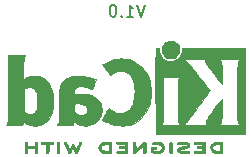
<source format=gbo>
%TF.GenerationSoftware,KiCad,Pcbnew,7.0.10*%
%TF.CreationDate,2024-05-07T16:57:11-04:00*%
%TF.ProjectId,Proj 1 - LED torch,50726f6a-2031-4202-9d20-4c454420746f,0.1*%
%TF.SameCoordinates,Original*%
%TF.FileFunction,Legend,Bot*%
%TF.FilePolarity,Positive*%
%FSLAX46Y46*%
G04 Gerber Fmt 4.6, Leading zero omitted, Abs format (unit mm)*
G04 Created by KiCad (PCBNEW 7.0.10) date 2024-05-07 16:57:11*
%MOMM*%
%LPD*%
G01*
G04 APERTURE LIST*
%ADD10C,0.150000*%
%ADD11C,0.010000*%
G04 APERTURE END LIST*
D10*
X165414077Y-107327819D02*
X165080744Y-108327819D01*
X165080744Y-108327819D02*
X164747411Y-107327819D01*
X163890268Y-108327819D02*
X164461696Y-108327819D01*
X164175982Y-108327819D02*
X164175982Y-107327819D01*
X164175982Y-107327819D02*
X164271220Y-107470676D01*
X164271220Y-107470676D02*
X164366458Y-107565914D01*
X164366458Y-107565914D02*
X164461696Y-107613533D01*
X163461696Y-108232580D02*
X163414077Y-108280200D01*
X163414077Y-108280200D02*
X163461696Y-108327819D01*
X163461696Y-108327819D02*
X163509315Y-108280200D01*
X163509315Y-108280200D02*
X163461696Y-108232580D01*
X163461696Y-108232580D02*
X163461696Y-108327819D01*
X162795030Y-107327819D02*
X162699792Y-107327819D01*
X162699792Y-107327819D02*
X162604554Y-107375438D01*
X162604554Y-107375438D02*
X162556935Y-107423057D01*
X162556935Y-107423057D02*
X162509316Y-107518295D01*
X162509316Y-107518295D02*
X162461697Y-107708771D01*
X162461697Y-107708771D02*
X162461697Y-107946866D01*
X162461697Y-107946866D02*
X162509316Y-108137342D01*
X162509316Y-108137342D02*
X162556935Y-108232580D01*
X162556935Y-108232580D02*
X162604554Y-108280200D01*
X162604554Y-108280200D02*
X162699792Y-108327819D01*
X162699792Y-108327819D02*
X162795030Y-108327819D01*
X162795030Y-108327819D02*
X162890268Y-108280200D01*
X162890268Y-108280200D02*
X162937887Y-108232580D01*
X162937887Y-108232580D02*
X162985506Y-108137342D01*
X162985506Y-108137342D02*
X163033125Y-107946866D01*
X163033125Y-107946866D02*
X163033125Y-107708771D01*
X163033125Y-107708771D02*
X162985506Y-107518295D01*
X162985506Y-107518295D02*
X162937887Y-107423057D01*
X162937887Y-107423057D02*
X162890268Y-107375438D01*
X162890268Y-107375438D02*
X162795030Y-107327819D01*
%TO.C,REF\u002A\u002A*%
D11*
X158137002Y-118914242D02*
X158171247Y-118935142D01*
X158206729Y-118963873D01*
X158206729Y-119825871D01*
X158171247Y-119854602D01*
X158129495Y-119877867D01*
X158081832Y-119878980D01*
X158039976Y-119851696D01*
X158034815Y-119845486D01*
X158027538Y-119832881D01*
X158021937Y-119814666D01*
X158017794Y-119787347D01*
X158014892Y-119747433D01*
X158013014Y-119691430D01*
X158011941Y-119615847D01*
X158011457Y-119517190D01*
X158011344Y-119391966D01*
X158011344Y-118963873D01*
X158046826Y-118935142D01*
X158078396Y-118915477D01*
X158109037Y-118906410D01*
X158137002Y-118914242D01*
G36*
X158137002Y-118914242D02*
G01*
X158171247Y-118935142D01*
X158206729Y-118963873D01*
X158206729Y-119825871D01*
X158171247Y-119854602D01*
X158129495Y-119877867D01*
X158081832Y-119878980D01*
X158039976Y-119851696D01*
X158034815Y-119845486D01*
X158027538Y-119832881D01*
X158021937Y-119814666D01*
X158017794Y-119787347D01*
X158014892Y-119747433D01*
X158013014Y-119691430D01*
X158011941Y-119615847D01*
X158011457Y-119517190D01*
X158011344Y-119391966D01*
X158011344Y-118963873D01*
X158046826Y-118935142D01*
X158078396Y-118915477D01*
X158109037Y-118906410D01*
X158137002Y-118914242D01*
G37*
X165428184Y-118904846D02*
X165443372Y-118913017D01*
X165457416Y-118927212D01*
X165472443Y-118946011D01*
X165478371Y-118953948D01*
X165486357Y-118967920D01*
X165492454Y-118986327D01*
X165496916Y-119012827D01*
X165499997Y-119051083D01*
X165501951Y-119104755D01*
X165503033Y-119177503D01*
X165503495Y-119272988D01*
X165503593Y-119394872D01*
X165503562Y-119472797D01*
X165503272Y-119578091D01*
X165502461Y-119659227D01*
X165500875Y-119719866D01*
X165498262Y-119763669D01*
X165494366Y-119794296D01*
X165488933Y-119815409D01*
X165481710Y-119830667D01*
X165472443Y-119843733D01*
X165431931Y-119876209D01*
X165385410Y-119880042D01*
X165336175Y-119854626D01*
X165330605Y-119850000D01*
X165319720Y-119838646D01*
X165311651Y-119823268D01*
X165305816Y-119799526D01*
X165301633Y-119763084D01*
X165298521Y-119709604D01*
X165295897Y-119634747D01*
X165293179Y-119534177D01*
X165285664Y-119242435D01*
X164932469Y-119562814D01*
X164834169Y-119651718D01*
X164747391Y-119729091D01*
X164677902Y-119788946D01*
X164623217Y-119832777D01*
X164580854Y-119862077D01*
X164548332Y-119878340D01*
X164523166Y-119883060D01*
X164502875Y-119877731D01*
X164484976Y-119863846D01*
X164466987Y-119842899D01*
X164458672Y-119831605D01*
X164451174Y-119817523D01*
X164445568Y-119798673D01*
X164441638Y-119771443D01*
X164439168Y-119732221D01*
X164437944Y-119677394D01*
X164437751Y-119603348D01*
X164438373Y-119506471D01*
X164439594Y-119383150D01*
X164444007Y-118963835D01*
X164479489Y-118935123D01*
X164514191Y-118913566D01*
X164557937Y-118909877D01*
X164603910Y-118935110D01*
X164609651Y-118939882D01*
X164620478Y-118951238D01*
X164628505Y-118966671D01*
X164634310Y-118990510D01*
X164638474Y-119027084D01*
X164641576Y-119080722D01*
X164644193Y-119155754D01*
X164646906Y-119256508D01*
X164654421Y-119549207D01*
X164894895Y-119331138D01*
X165010374Y-119226448D01*
X165111253Y-119135392D01*
X165193979Y-119061702D01*
X165260678Y-119003960D01*
X165313476Y-118960749D01*
X165354499Y-118930649D01*
X165385874Y-118912244D01*
X165409727Y-118904116D01*
X165428184Y-118904846D01*
G36*
X165428184Y-118904846D02*
G01*
X165443372Y-118913017D01*
X165457416Y-118927212D01*
X165472443Y-118946011D01*
X165478371Y-118953948D01*
X165486357Y-118967920D01*
X165492454Y-118986327D01*
X165496916Y-119012827D01*
X165499997Y-119051083D01*
X165501951Y-119104755D01*
X165503033Y-119177503D01*
X165503495Y-119272988D01*
X165503593Y-119394872D01*
X165503562Y-119472797D01*
X165503272Y-119578091D01*
X165502461Y-119659227D01*
X165500875Y-119719866D01*
X165498262Y-119763669D01*
X165494366Y-119794296D01*
X165488933Y-119815409D01*
X165481710Y-119830667D01*
X165472443Y-119843733D01*
X165431931Y-119876209D01*
X165385410Y-119880042D01*
X165336175Y-119854626D01*
X165330605Y-119850000D01*
X165319720Y-119838646D01*
X165311651Y-119823268D01*
X165305816Y-119799526D01*
X165301633Y-119763084D01*
X165298521Y-119709604D01*
X165295897Y-119634747D01*
X165293179Y-119534177D01*
X165285664Y-119242435D01*
X164932469Y-119562814D01*
X164834169Y-119651718D01*
X164747391Y-119729091D01*
X164677902Y-119788946D01*
X164623217Y-119832777D01*
X164580854Y-119862077D01*
X164548332Y-119878340D01*
X164523166Y-119883060D01*
X164502875Y-119877731D01*
X164484976Y-119863846D01*
X164466987Y-119842899D01*
X164458672Y-119831605D01*
X164451174Y-119817523D01*
X164445568Y-119798673D01*
X164441638Y-119771443D01*
X164439168Y-119732221D01*
X164437944Y-119677394D01*
X164437751Y-119603348D01*
X164438373Y-119506471D01*
X164439594Y-119383150D01*
X164444007Y-118963835D01*
X164479489Y-118935123D01*
X164514191Y-118913566D01*
X164557937Y-118909877D01*
X164603910Y-118935110D01*
X164609651Y-118939882D01*
X164620478Y-118951238D01*
X164628505Y-118966671D01*
X164634310Y-118990510D01*
X164638474Y-119027084D01*
X164641576Y-119080722D01*
X164644193Y-119155754D01*
X164646906Y-119256508D01*
X164654421Y-119549207D01*
X164894895Y-119331138D01*
X165010374Y-119226448D01*
X165111253Y-119135392D01*
X165193979Y-119061702D01*
X165260678Y-119003960D01*
X165313476Y-118960749D01*
X165354499Y-118930649D01*
X165385874Y-118912244D01*
X165409727Y-118904116D01*
X165428184Y-118904846D01*
G37*
X158715208Y-118918940D02*
X158739119Y-118943585D01*
X158766546Y-118984966D01*
X158799607Y-119045790D01*
X158840420Y-119128763D01*
X158891104Y-119236594D01*
X158910587Y-119278376D01*
X158950193Y-119362496D01*
X158984935Y-119435196D01*
X159012886Y-119492507D01*
X159032120Y-119530455D01*
X159040711Y-119545069D01*
X159042520Y-119544296D01*
X159055823Y-119525727D01*
X159078844Y-119486401D01*
X159108928Y-119430994D01*
X159143422Y-119364180D01*
X159164687Y-119322258D01*
X159203230Y-119248562D01*
X159233170Y-119196617D01*
X159257422Y-119162697D01*
X159278898Y-119143079D01*
X159300512Y-119134040D01*
X159325177Y-119131854D01*
X159339160Y-119132487D01*
X159360616Y-119138088D01*
X159381005Y-119152552D01*
X159403103Y-119179542D01*
X159429689Y-119222725D01*
X159463540Y-119285765D01*
X159507434Y-119372328D01*
X159520392Y-119397963D01*
X159552954Y-119460096D01*
X159579895Y-119508241D01*
X159598710Y-119538049D01*
X159606897Y-119545168D01*
X159608717Y-119540813D01*
X159621198Y-119512975D01*
X159643646Y-119463796D01*
X159674156Y-119397426D01*
X159710823Y-119318014D01*
X159751742Y-119229707D01*
X159787309Y-119153525D01*
X159826749Y-119070995D01*
X159857465Y-119010100D01*
X159881401Y-118967442D01*
X159900502Y-118939625D01*
X159916713Y-118923253D01*
X159931978Y-118914931D01*
X159944506Y-118911080D01*
X159977930Y-118910882D01*
X160014067Y-118931308D01*
X160015798Y-118932620D01*
X160045200Y-118962756D01*
X160059909Y-118992345D01*
X160059971Y-118993197D01*
X160053926Y-119016711D01*
X160036799Y-119062731D01*
X160010493Y-119127096D01*
X159976910Y-119205645D01*
X159937952Y-119294221D01*
X159895522Y-119388661D01*
X159851522Y-119484807D01*
X159807854Y-119578499D01*
X159766420Y-119665576D01*
X159729123Y-119741880D01*
X159697864Y-119803249D01*
X159674546Y-119845525D01*
X159661071Y-119864547D01*
X159615262Y-119882345D01*
X159559748Y-119873876D01*
X159552606Y-119867622D01*
X159531532Y-119838131D01*
X159501973Y-119789190D01*
X159466803Y-119725661D01*
X159428894Y-119652407D01*
X159322686Y-119440397D01*
X159225248Y-119635563D01*
X159212340Y-119661246D01*
X159176421Y-119730940D01*
X159144431Y-119790571D01*
X159119449Y-119834486D01*
X159104556Y-119857032D01*
X159103030Y-119858687D01*
X159065591Y-119879039D01*
X159018911Y-119881280D01*
X158977584Y-119864547D01*
X158974354Y-119860754D01*
X158958031Y-119833294D01*
X158931754Y-119783300D01*
X158897266Y-119714298D01*
X158856310Y-119629814D01*
X158810630Y-119533373D01*
X158761969Y-119428503D01*
X158735022Y-119369759D01*
X158686064Y-119262281D01*
X158648178Y-119177502D01*
X158620187Y-119112353D01*
X158600912Y-119063764D01*
X158589178Y-119028667D01*
X158583805Y-119003992D01*
X158583616Y-118986672D01*
X158587434Y-118973636D01*
X158606948Y-118945834D01*
X158642366Y-118918806D01*
X158643372Y-118918350D01*
X158669453Y-118909030D01*
X158692692Y-118908324D01*
X158715208Y-118918940D01*
G36*
X158715208Y-118918940D02*
G01*
X158739119Y-118943585D01*
X158766546Y-118984966D01*
X158799607Y-119045790D01*
X158840420Y-119128763D01*
X158891104Y-119236594D01*
X158910587Y-119278376D01*
X158950193Y-119362496D01*
X158984935Y-119435196D01*
X159012886Y-119492507D01*
X159032120Y-119530455D01*
X159040711Y-119545069D01*
X159042520Y-119544296D01*
X159055823Y-119525727D01*
X159078844Y-119486401D01*
X159108928Y-119430994D01*
X159143422Y-119364180D01*
X159164687Y-119322258D01*
X159203230Y-119248562D01*
X159233170Y-119196617D01*
X159257422Y-119162697D01*
X159278898Y-119143079D01*
X159300512Y-119134040D01*
X159325177Y-119131854D01*
X159339160Y-119132487D01*
X159360616Y-119138088D01*
X159381005Y-119152552D01*
X159403103Y-119179542D01*
X159429689Y-119222725D01*
X159463540Y-119285765D01*
X159507434Y-119372328D01*
X159520392Y-119397963D01*
X159552954Y-119460096D01*
X159579895Y-119508241D01*
X159598710Y-119538049D01*
X159606897Y-119545168D01*
X159608717Y-119540813D01*
X159621198Y-119512975D01*
X159643646Y-119463796D01*
X159674156Y-119397426D01*
X159710823Y-119318014D01*
X159751742Y-119229707D01*
X159787309Y-119153525D01*
X159826749Y-119070995D01*
X159857465Y-119010100D01*
X159881401Y-118967442D01*
X159900502Y-118939625D01*
X159916713Y-118923253D01*
X159931978Y-118914931D01*
X159944506Y-118911080D01*
X159977930Y-118910882D01*
X160014067Y-118931308D01*
X160015798Y-118932620D01*
X160045200Y-118962756D01*
X160059909Y-118992345D01*
X160059971Y-118993197D01*
X160053926Y-119016711D01*
X160036799Y-119062731D01*
X160010493Y-119127096D01*
X159976910Y-119205645D01*
X159937952Y-119294221D01*
X159895522Y-119388661D01*
X159851522Y-119484807D01*
X159807854Y-119578499D01*
X159766420Y-119665576D01*
X159729123Y-119741880D01*
X159697864Y-119803249D01*
X159674546Y-119845525D01*
X159661071Y-119864547D01*
X159615262Y-119882345D01*
X159559748Y-119873876D01*
X159552606Y-119867622D01*
X159531532Y-119838131D01*
X159501973Y-119789190D01*
X159466803Y-119725661D01*
X159428894Y-119652407D01*
X159322686Y-119440397D01*
X159225248Y-119635563D01*
X159212340Y-119661246D01*
X159176421Y-119730940D01*
X159144431Y-119790571D01*
X159119449Y-119834486D01*
X159104556Y-119857032D01*
X159103030Y-119858687D01*
X159065591Y-119879039D01*
X159018911Y-119881280D01*
X158977584Y-119864547D01*
X158974354Y-119860754D01*
X158958031Y-119833294D01*
X158931754Y-119783300D01*
X158897266Y-119714298D01*
X158856310Y-119629814D01*
X158810630Y-119533373D01*
X158761969Y-119428503D01*
X158735022Y-119369759D01*
X158686064Y-119262281D01*
X158648178Y-119177502D01*
X158620187Y-119112353D01*
X158600912Y-119063764D01*
X158589178Y-119028667D01*
X158583805Y-119003992D01*
X158583616Y-118986672D01*
X158587434Y-118973636D01*
X158606948Y-118945834D01*
X158642366Y-118918806D01*
X158643372Y-118918350D01*
X158669453Y-118909030D01*
X158692692Y-118908324D01*
X158715208Y-118918940D01*
G37*
X157205531Y-118906412D02*
X157330843Y-118906532D01*
X157430048Y-118906984D01*
X157506478Y-118907972D01*
X157563459Y-118909697D01*
X157604323Y-118912361D01*
X157632397Y-118916169D01*
X157651012Y-118921321D01*
X157663496Y-118928020D01*
X157673179Y-118936470D01*
X157698216Y-118980029D01*
X157700142Y-119030057D01*
X157678364Y-119074310D01*
X157676553Y-119076245D01*
X157661638Y-119087376D01*
X157638868Y-119094771D01*
X157602696Y-119099157D01*
X157547573Y-119101256D01*
X157467950Y-119101795D01*
X157282409Y-119101795D01*
X157282409Y-119452963D01*
X157282309Y-119553918D01*
X157281766Y-119642674D01*
X157280458Y-119708955D01*
X157278067Y-119756773D01*
X157274271Y-119790146D01*
X157268752Y-119813086D01*
X157261188Y-119829610D01*
X157251259Y-119843733D01*
X157248210Y-119847469D01*
X157206700Y-119877614D01*
X157160929Y-119879696D01*
X157117084Y-119853274D01*
X157107793Y-119842523D01*
X157100508Y-119828412D01*
X157095156Y-119807319D01*
X157091440Y-119775398D01*
X157089064Y-119728802D01*
X157087734Y-119663685D01*
X157087153Y-119576201D01*
X157087025Y-119462505D01*
X157087025Y-119101795D01*
X156892731Y-119101795D01*
X156877953Y-119101794D01*
X156802708Y-119101494D01*
X156750992Y-119099977D01*
X156717185Y-119096250D01*
X156695668Y-119089318D01*
X156680821Y-119078186D01*
X156667024Y-119061860D01*
X156645926Y-119021003D01*
X156650056Y-118976029D01*
X156684197Y-118932712D01*
X156690775Y-118927763D01*
X156704369Y-118921325D01*
X156724906Y-118916314D01*
X156755689Y-118912557D01*
X156800020Y-118909876D01*
X156861201Y-118908096D01*
X156942535Y-118907043D01*
X157047323Y-118906539D01*
X157178867Y-118906410D01*
X157205531Y-118906412D01*
G36*
X157205531Y-118906412D02*
G01*
X157330843Y-118906532D01*
X157430048Y-118906984D01*
X157506478Y-118907972D01*
X157563459Y-118909697D01*
X157604323Y-118912361D01*
X157632397Y-118916169D01*
X157651012Y-118921321D01*
X157663496Y-118928020D01*
X157673179Y-118936470D01*
X157698216Y-118980029D01*
X157700142Y-119030057D01*
X157678364Y-119074310D01*
X157676553Y-119076245D01*
X157661638Y-119087376D01*
X157638868Y-119094771D01*
X157602696Y-119099157D01*
X157547573Y-119101256D01*
X157467950Y-119101795D01*
X157282409Y-119101795D01*
X157282409Y-119452963D01*
X157282309Y-119553918D01*
X157281766Y-119642674D01*
X157280458Y-119708955D01*
X157278067Y-119756773D01*
X157274271Y-119790146D01*
X157268752Y-119813086D01*
X157261188Y-119829610D01*
X157251259Y-119843733D01*
X157248210Y-119847469D01*
X157206700Y-119877614D01*
X157160929Y-119879696D01*
X157117084Y-119853274D01*
X157107793Y-119842523D01*
X157100508Y-119828412D01*
X157095156Y-119807319D01*
X157091440Y-119775398D01*
X157089064Y-119728802D01*
X157087734Y-119663685D01*
X157087153Y-119576201D01*
X157087025Y-119462505D01*
X157087025Y-119101795D01*
X156892731Y-119101795D01*
X156877953Y-119101794D01*
X156802708Y-119101494D01*
X156750992Y-119099977D01*
X156717185Y-119096250D01*
X156695668Y-119089318D01*
X156680821Y-119078186D01*
X156667024Y-119061860D01*
X156645926Y-119021003D01*
X156650056Y-118976029D01*
X156684197Y-118932712D01*
X156690775Y-118927763D01*
X156704369Y-118921325D01*
X156724906Y-118916314D01*
X156755689Y-118912557D01*
X156800020Y-118909876D01*
X156861201Y-118908096D01*
X156942535Y-118907043D01*
X157047323Y-118906539D01*
X157178867Y-118906410D01*
X157205531Y-118906412D01*
G37*
X166489621Y-118913217D02*
X166630754Y-118934938D01*
X166755652Y-118972285D01*
X166860557Y-119024083D01*
X166941709Y-119089162D01*
X166976418Y-119132913D01*
X167015703Y-119198414D01*
X167049349Y-119270119D01*
X167072847Y-119338241D01*
X167081688Y-119392993D01*
X167079611Y-119419241D01*
X167062381Y-119487583D01*
X167031543Y-119562840D01*
X166991746Y-119634622D01*
X166947640Y-119692542D01*
X166934065Y-119706319D01*
X166844750Y-119775250D01*
X166738074Y-119828362D01*
X166623297Y-119860849D01*
X166550120Y-119871649D01*
X166425700Y-119880442D01*
X166306170Y-119877663D01*
X166196346Y-119864023D01*
X166101044Y-119840232D01*
X166025079Y-119806998D01*
X165973267Y-119765033D01*
X165971436Y-119762403D01*
X165962000Y-119728818D01*
X165956356Y-119665910D01*
X165954480Y-119573428D01*
X165955625Y-119490574D01*
X165961909Y-119427491D01*
X165977472Y-119384750D01*
X166006455Y-119358719D01*
X166052998Y-119345764D01*
X166121241Y-119342253D01*
X166215324Y-119344554D01*
X166280055Y-119348564D01*
X166346884Y-119359471D01*
X166390145Y-119378181D01*
X166413389Y-119406453D01*
X166420167Y-119446048D01*
X166420026Y-119452094D01*
X166408440Y-119498417D01*
X166376475Y-119529594D01*
X166321536Y-119547168D01*
X166241031Y-119552683D01*
X166149865Y-119552683D01*
X166149865Y-119603743D01*
X166149932Y-119615906D01*
X166152888Y-119638873D01*
X166165226Y-119652578D01*
X166193692Y-119661814D01*
X166245031Y-119671376D01*
X166252319Y-119672620D01*
X166381395Y-119685805D01*
X166501206Y-119681918D01*
X166608924Y-119662307D01*
X166701718Y-119628317D01*
X166776760Y-119581293D01*
X166831220Y-119522581D01*
X166862270Y-119453527D01*
X166867079Y-119375478D01*
X166859732Y-119337008D01*
X166824207Y-119262599D01*
X166762713Y-119201810D01*
X166676199Y-119155431D01*
X166565614Y-119124252D01*
X166532763Y-119118329D01*
X166413834Y-119104351D01*
X166307582Y-119105987D01*
X166203613Y-119123209D01*
X166156824Y-119132248D01*
X166096330Y-119133603D01*
X166054639Y-119116919D01*
X166027807Y-119081256D01*
X166019308Y-119043649D01*
X166031938Y-119002078D01*
X166044358Y-118984204D01*
X166089936Y-118952875D01*
X166159995Y-118929082D01*
X166251216Y-118913776D01*
X166360279Y-118907909D01*
X166489621Y-118913217D01*
G36*
X166489621Y-118913217D02*
G01*
X166630754Y-118934938D01*
X166755652Y-118972285D01*
X166860557Y-119024083D01*
X166941709Y-119089162D01*
X166976418Y-119132913D01*
X167015703Y-119198414D01*
X167049349Y-119270119D01*
X167072847Y-119338241D01*
X167081688Y-119392993D01*
X167079611Y-119419241D01*
X167062381Y-119487583D01*
X167031543Y-119562840D01*
X166991746Y-119634622D01*
X166947640Y-119692542D01*
X166934065Y-119706319D01*
X166844750Y-119775250D01*
X166738074Y-119828362D01*
X166623297Y-119860849D01*
X166550120Y-119871649D01*
X166425700Y-119880442D01*
X166306170Y-119877663D01*
X166196346Y-119864023D01*
X166101044Y-119840232D01*
X166025079Y-119806998D01*
X165973267Y-119765033D01*
X165971436Y-119762403D01*
X165962000Y-119728818D01*
X165956356Y-119665910D01*
X165954480Y-119573428D01*
X165955625Y-119490574D01*
X165961909Y-119427491D01*
X165977472Y-119384750D01*
X166006455Y-119358719D01*
X166052998Y-119345764D01*
X166121241Y-119342253D01*
X166215324Y-119344554D01*
X166280055Y-119348564D01*
X166346884Y-119359471D01*
X166390145Y-119378181D01*
X166413389Y-119406453D01*
X166420167Y-119446048D01*
X166420026Y-119452094D01*
X166408440Y-119498417D01*
X166376475Y-119529594D01*
X166321536Y-119547168D01*
X166241031Y-119552683D01*
X166149865Y-119552683D01*
X166149865Y-119603743D01*
X166149932Y-119615906D01*
X166152888Y-119638873D01*
X166165226Y-119652578D01*
X166193692Y-119661814D01*
X166245031Y-119671376D01*
X166252319Y-119672620D01*
X166381395Y-119685805D01*
X166501206Y-119681918D01*
X166608924Y-119662307D01*
X166701718Y-119628317D01*
X166776760Y-119581293D01*
X166831220Y-119522581D01*
X166862270Y-119453527D01*
X166867079Y-119375478D01*
X166859732Y-119337008D01*
X166824207Y-119262599D01*
X166762713Y-119201810D01*
X166676199Y-119155431D01*
X166565614Y-119124252D01*
X166532763Y-119118329D01*
X166413834Y-119104351D01*
X166307582Y-119105987D01*
X166203613Y-119123209D01*
X166156824Y-119132248D01*
X166096330Y-119133603D01*
X166054639Y-119116919D01*
X166027807Y-119081256D01*
X166019308Y-119043649D01*
X166031938Y-119002078D01*
X166044358Y-118984204D01*
X166089936Y-118952875D01*
X166159995Y-118929082D01*
X166251216Y-118913776D01*
X166360279Y-118907909D01*
X166489621Y-118913217D01*
G37*
X168768515Y-118907568D02*
X168856713Y-118914797D01*
X168930338Y-118927576D01*
X168998081Y-118947361D01*
X169093024Y-118991472D01*
X169161132Y-119048298D01*
X169202169Y-119117615D01*
X169215901Y-119199199D01*
X169214653Y-119240802D01*
X169206941Y-119273816D01*
X169187227Y-119302666D01*
X169149986Y-119339080D01*
X169139364Y-119348837D01*
X169107798Y-119376666D01*
X169077984Y-119399260D01*
X169045986Y-119417837D01*
X169007872Y-119433615D01*
X168959708Y-119447812D01*
X168897560Y-119461647D01*
X168817494Y-119476338D01*
X168715576Y-119493103D01*
X168587874Y-119513161D01*
X168563425Y-119517200D01*
X168480442Y-119535334D01*
X168420241Y-119556281D01*
X168385247Y-119579009D01*
X168377886Y-119602487D01*
X168381375Y-119608172D01*
X168405250Y-119628229D01*
X168442695Y-119650375D01*
X168459736Y-119658351D01*
X168488092Y-119667927D01*
X168523221Y-119674287D01*
X168570943Y-119678040D01*
X168637076Y-119679794D01*
X168727439Y-119680158D01*
X168751117Y-119680061D01*
X168841145Y-119678582D01*
X168927602Y-119675619D01*
X169001659Y-119671537D01*
X169054489Y-119666698D01*
X169101767Y-119661282D01*
X169140712Y-119660240D01*
X169165876Y-119666363D01*
X169185998Y-119680576D01*
X169190866Y-119685359D01*
X169212623Y-119727662D01*
X169210865Y-119775130D01*
X169185627Y-119815895D01*
X169158506Y-119831346D01*
X169110599Y-119848248D01*
X169054118Y-119861628D01*
X169049524Y-119862425D01*
X168992716Y-119869370D01*
X168916313Y-119875193D01*
X168829752Y-119879304D01*
X168742469Y-119881113D01*
X168720857Y-119881169D01*
X168589968Y-119877870D01*
X168483390Y-119867211D01*
X168396612Y-119847864D01*
X168325124Y-119818502D01*
X168264413Y-119777798D01*
X168209969Y-119724424D01*
X168183181Y-119689507D01*
X168167702Y-119650169D01*
X168163830Y-119597292D01*
X168164017Y-119581357D01*
X168169173Y-119537846D01*
X168185662Y-119502531D01*
X168219165Y-119461460D01*
X168247406Y-119431984D01*
X168282549Y-119401967D01*
X168322113Y-119377513D01*
X168370347Y-119357202D01*
X168431500Y-119339612D01*
X168509819Y-119323323D01*
X168609554Y-119306913D01*
X168734954Y-119288962D01*
X168795280Y-119279630D01*
X168885752Y-119260246D01*
X168951169Y-119238280D01*
X168990534Y-119214451D01*
X169002850Y-119189482D01*
X168987118Y-119164093D01*
X168942342Y-119139005D01*
X168938287Y-119137389D01*
X168876566Y-119121309D01*
X168793156Y-119110391D01*
X168695389Y-119104852D01*
X168590598Y-119104909D01*
X168486115Y-119110778D01*
X168389273Y-119122675D01*
X168384045Y-119123539D01*
X168319053Y-119133800D01*
X168276114Y-119138608D01*
X168248159Y-119137813D01*
X168228117Y-119131261D01*
X168208918Y-119118801D01*
X168207361Y-119117642D01*
X168174720Y-119077204D01*
X168168338Y-119029939D01*
X168189383Y-118983899D01*
X168195435Y-118977966D01*
X168234862Y-118957810D01*
X168297412Y-118940338D01*
X168377698Y-118925959D01*
X168470337Y-118915084D01*
X168569942Y-118908121D01*
X168671130Y-118905479D01*
X168768515Y-118907568D01*
G36*
X168768515Y-118907568D02*
G01*
X168856713Y-118914797D01*
X168930338Y-118927576D01*
X168998081Y-118947361D01*
X169093024Y-118991472D01*
X169161132Y-119048298D01*
X169202169Y-119117615D01*
X169215901Y-119199199D01*
X169214653Y-119240802D01*
X169206941Y-119273816D01*
X169187227Y-119302666D01*
X169149986Y-119339080D01*
X169139364Y-119348837D01*
X169107798Y-119376666D01*
X169077984Y-119399260D01*
X169045986Y-119417837D01*
X169007872Y-119433615D01*
X168959708Y-119447812D01*
X168897560Y-119461647D01*
X168817494Y-119476338D01*
X168715576Y-119493103D01*
X168587874Y-119513161D01*
X168563425Y-119517200D01*
X168480442Y-119535334D01*
X168420241Y-119556281D01*
X168385247Y-119579009D01*
X168377886Y-119602487D01*
X168381375Y-119608172D01*
X168405250Y-119628229D01*
X168442695Y-119650375D01*
X168459736Y-119658351D01*
X168488092Y-119667927D01*
X168523221Y-119674287D01*
X168570943Y-119678040D01*
X168637076Y-119679794D01*
X168727439Y-119680158D01*
X168751117Y-119680061D01*
X168841145Y-119678582D01*
X168927602Y-119675619D01*
X169001659Y-119671537D01*
X169054489Y-119666698D01*
X169101767Y-119661282D01*
X169140712Y-119660240D01*
X169165876Y-119666363D01*
X169185998Y-119680576D01*
X169190866Y-119685359D01*
X169212623Y-119727662D01*
X169210865Y-119775130D01*
X169185627Y-119815895D01*
X169158506Y-119831346D01*
X169110599Y-119848248D01*
X169054118Y-119861628D01*
X169049524Y-119862425D01*
X168992716Y-119869370D01*
X168916313Y-119875193D01*
X168829752Y-119879304D01*
X168742469Y-119881113D01*
X168720857Y-119881169D01*
X168589968Y-119877870D01*
X168483390Y-119867211D01*
X168396612Y-119847864D01*
X168325124Y-119818502D01*
X168264413Y-119777798D01*
X168209969Y-119724424D01*
X168183181Y-119689507D01*
X168167702Y-119650169D01*
X168163830Y-119597292D01*
X168164017Y-119581357D01*
X168169173Y-119537846D01*
X168185662Y-119502531D01*
X168219165Y-119461460D01*
X168247406Y-119431984D01*
X168282549Y-119401967D01*
X168322113Y-119377513D01*
X168370347Y-119357202D01*
X168431500Y-119339612D01*
X168509819Y-119323323D01*
X168609554Y-119306913D01*
X168734954Y-119288962D01*
X168795280Y-119279630D01*
X168885752Y-119260246D01*
X168951169Y-119238280D01*
X168990534Y-119214451D01*
X169002850Y-119189482D01*
X168987118Y-119164093D01*
X168942342Y-119139005D01*
X168938287Y-119137389D01*
X168876566Y-119121309D01*
X168793156Y-119110391D01*
X168695389Y-119104852D01*
X168590598Y-119104909D01*
X168486115Y-119110778D01*
X168389273Y-119122675D01*
X168384045Y-119123539D01*
X168319053Y-119133800D01*
X168276114Y-119138608D01*
X168248159Y-119137813D01*
X168228117Y-119131261D01*
X168208918Y-119118801D01*
X168207361Y-119117642D01*
X168174720Y-119077204D01*
X168168338Y-119029939D01*
X168189383Y-118983899D01*
X168195435Y-118977966D01*
X168234862Y-118957810D01*
X168297412Y-118940338D01*
X168377698Y-118925959D01*
X168470337Y-118915084D01*
X168569942Y-118908121D01*
X168671130Y-118905479D01*
X168768515Y-118907568D01*
G37*
X167716337Y-110370839D02*
X167855779Y-110405005D01*
X167987955Y-110466325D01*
X168108699Y-110554810D01*
X168213846Y-110670470D01*
X168299230Y-110813313D01*
X168322121Y-110863633D01*
X168340666Y-110914636D01*
X168351072Y-110965624D01*
X168355633Y-111028691D01*
X168356643Y-111115929D01*
X168356032Y-111188539D01*
X168352350Y-111255270D01*
X168343322Y-111307334D01*
X168326694Y-111356686D01*
X168300212Y-111415286D01*
X168292552Y-111430902D01*
X168202006Y-111573893D01*
X168088125Y-111691543D01*
X167954141Y-111781089D01*
X167803286Y-111839772D01*
X167725881Y-111856147D01*
X167568849Y-111863810D01*
X167416753Y-111839016D01*
X167274054Y-111784306D01*
X167145212Y-111702223D01*
X167034686Y-111595309D01*
X166946936Y-111466107D01*
X166886423Y-111317158D01*
X166864283Y-111195265D01*
X166862288Y-111060751D01*
X166880295Y-110929908D01*
X166917446Y-110816572D01*
X166960372Y-110735543D01*
X167055933Y-110606987D01*
X167169221Y-110505527D01*
X167296071Y-110431172D01*
X167432318Y-110383933D01*
X167573795Y-110363818D01*
X167716337Y-110370839D01*
G36*
X167716337Y-110370839D02*
G01*
X167855779Y-110405005D01*
X167987955Y-110466325D01*
X168108699Y-110554810D01*
X168213846Y-110670470D01*
X168299230Y-110813313D01*
X168322121Y-110863633D01*
X168340666Y-110914636D01*
X168351072Y-110965624D01*
X168355633Y-111028691D01*
X168356643Y-111115929D01*
X168356032Y-111188539D01*
X168352350Y-111255270D01*
X168343322Y-111307334D01*
X168326694Y-111356686D01*
X168300212Y-111415286D01*
X168292552Y-111430902D01*
X168202006Y-111573893D01*
X168088125Y-111691543D01*
X167954141Y-111781089D01*
X167803286Y-111839772D01*
X167725881Y-111856147D01*
X167568849Y-111863810D01*
X167416753Y-111839016D01*
X167274054Y-111784306D01*
X167145212Y-111702223D01*
X167034686Y-111595309D01*
X166946936Y-111466107D01*
X166886423Y-111317158D01*
X166864283Y-111195265D01*
X166862288Y-111060751D01*
X166880295Y-110929908D01*
X166917446Y-110816572D01*
X166960372Y-110735543D01*
X167055933Y-110606987D01*
X167169221Y-110505527D01*
X167296071Y-110431172D01*
X167432318Y-110383933D01*
X167573795Y-110363818D01*
X167716337Y-110370839D01*
G37*
X156305486Y-118936470D02*
X156312985Y-118944711D01*
X156319762Y-118955636D01*
X156325202Y-118971315D01*
X156329434Y-118994559D01*
X156332584Y-119028181D01*
X156334782Y-119074992D01*
X156336155Y-119137803D01*
X156336832Y-119219427D01*
X156336940Y-119322674D01*
X156336608Y-119450357D01*
X156335964Y-119605286D01*
X156335872Y-119624158D01*
X156335092Y-119706386D01*
X156333331Y-119764544D01*
X156329942Y-119803660D01*
X156324277Y-119828761D01*
X156315688Y-119844876D01*
X156303527Y-119857032D01*
X156258983Y-119880220D01*
X156212454Y-119876357D01*
X156171311Y-119843733D01*
X156159316Y-119826155D01*
X156149396Y-119801477D01*
X156143581Y-119766824D01*
X156140845Y-119715505D01*
X156140161Y-119640833D01*
X156140161Y-119477535D01*
X155478859Y-119477535D01*
X155478859Y-119657038D01*
X155478762Y-119704688D01*
X155477747Y-119766370D01*
X155474849Y-119807022D01*
X155469128Y-119832358D01*
X155459644Y-119848092D01*
X155445456Y-119859937D01*
X155402518Y-119880000D01*
X155355539Y-119876449D01*
X155314625Y-119843733D01*
X155308426Y-119835405D01*
X155300524Y-119821394D01*
X155294491Y-119802848D01*
X155290077Y-119776123D01*
X155287029Y-119737570D01*
X155285097Y-119683544D01*
X155284028Y-119610398D01*
X155283571Y-119514486D01*
X155283475Y-119392162D01*
X155283475Y-118980192D01*
X155320365Y-118943301D01*
X155362141Y-118913688D01*
X155406381Y-118910107D01*
X155448800Y-118936470D01*
X155459831Y-118949478D01*
X155469699Y-118970636D01*
X155475474Y-119002545D01*
X155478184Y-119051636D01*
X155478859Y-119124339D01*
X155478859Y-119282150D01*
X156140161Y-119282150D01*
X156140161Y-119128360D01*
X156140744Y-119059533D01*
X156143359Y-119013568D01*
X156149371Y-118983511D01*
X156160147Y-118962407D01*
X156177052Y-118943301D01*
X156218828Y-118913688D01*
X156263067Y-118910107D01*
X156305486Y-118936470D01*
G36*
X156305486Y-118936470D02*
G01*
X156312985Y-118944711D01*
X156319762Y-118955636D01*
X156325202Y-118971315D01*
X156329434Y-118994559D01*
X156332584Y-119028181D01*
X156334782Y-119074992D01*
X156336155Y-119137803D01*
X156336832Y-119219427D01*
X156336940Y-119322674D01*
X156336608Y-119450357D01*
X156335964Y-119605286D01*
X156335872Y-119624158D01*
X156335092Y-119706386D01*
X156333331Y-119764544D01*
X156329942Y-119803660D01*
X156324277Y-119828761D01*
X156315688Y-119844876D01*
X156303527Y-119857032D01*
X156258983Y-119880220D01*
X156212454Y-119876357D01*
X156171311Y-119843733D01*
X156159316Y-119826155D01*
X156149396Y-119801477D01*
X156143581Y-119766824D01*
X156140845Y-119715505D01*
X156140161Y-119640833D01*
X156140161Y-119477535D01*
X155478859Y-119477535D01*
X155478859Y-119657038D01*
X155478762Y-119704688D01*
X155477747Y-119766370D01*
X155474849Y-119807022D01*
X155469128Y-119832358D01*
X155459644Y-119848092D01*
X155445456Y-119859937D01*
X155402518Y-119880000D01*
X155355539Y-119876449D01*
X155314625Y-119843733D01*
X155308426Y-119835405D01*
X155300524Y-119821394D01*
X155294491Y-119802848D01*
X155290077Y-119776123D01*
X155287029Y-119737570D01*
X155285097Y-119683544D01*
X155284028Y-119610398D01*
X155283571Y-119514486D01*
X155283475Y-119392162D01*
X155283475Y-118980192D01*
X155320365Y-118943301D01*
X155362141Y-118913688D01*
X155406381Y-118910107D01*
X155448800Y-118936470D01*
X155459831Y-118949478D01*
X155469699Y-118970636D01*
X155475474Y-119002545D01*
X155478184Y-119051636D01*
X155478859Y-119124339D01*
X155478859Y-119282150D01*
X156140161Y-119282150D01*
X156140161Y-119128360D01*
X156140744Y-119059533D01*
X156143359Y-119013568D01*
X156149371Y-118983511D01*
X156160147Y-118962407D01*
X156177052Y-118943301D01*
X156218828Y-118913688D01*
X156263067Y-118910107D01*
X156305486Y-118936470D01*
G37*
X170121020Y-118906432D02*
X170223663Y-118906688D01*
X170302142Y-118907466D01*
X170360172Y-118909052D01*
X170401469Y-118911732D01*
X170429750Y-118915790D01*
X170448732Y-118921512D01*
X170462129Y-118929183D01*
X170473660Y-118939090D01*
X170476036Y-118941327D01*
X170485680Y-118951364D01*
X170493191Y-118963370D01*
X170498837Y-118980857D01*
X170502883Y-119007334D01*
X170505596Y-119046315D01*
X170507242Y-119101310D01*
X170508088Y-119175830D01*
X170508400Y-119273387D01*
X170508445Y-119397492D01*
X170508396Y-119494401D01*
X170508065Y-119598481D01*
X170507218Y-119678648D01*
X170505624Y-119738398D01*
X170503053Y-119781228D01*
X170499275Y-119810634D01*
X170494058Y-119830112D01*
X170487171Y-119843160D01*
X170478386Y-119853274D01*
X170473947Y-119857504D01*
X170462601Y-119865640D01*
X170446622Y-119871863D01*
X170422377Y-119876430D01*
X170386235Y-119879595D01*
X170334563Y-119881613D01*
X170263728Y-119882739D01*
X170170098Y-119883227D01*
X170050043Y-119883334D01*
X169993981Y-119883318D01*
X169885945Y-119883075D01*
X169802745Y-119882339D01*
X169740749Y-119880854D01*
X169696325Y-119878365D01*
X169665840Y-119874618D01*
X169645662Y-119869357D01*
X169632159Y-119862327D01*
X169621699Y-119853274D01*
X169602093Y-119824518D01*
X169591640Y-119785641D01*
X169598961Y-119753813D01*
X169621699Y-119718008D01*
X169628328Y-119711873D01*
X169641342Y-119703503D01*
X169660135Y-119697345D01*
X169688753Y-119693063D01*
X169731243Y-119690320D01*
X169791651Y-119688778D01*
X169874024Y-119688100D01*
X169982409Y-119687949D01*
X170313060Y-119687949D01*
X170313060Y-119477535D01*
X170098475Y-119477535D01*
X170050789Y-119477341D01*
X169963420Y-119475048D01*
X169900525Y-119469143D01*
X169858274Y-119458353D01*
X169832837Y-119441404D01*
X169820384Y-119417021D01*
X169817084Y-119383931D01*
X169818146Y-119356963D01*
X169825138Y-119327905D01*
X169842171Y-119307467D01*
X169873245Y-119294159D01*
X169922357Y-119286496D01*
X169993508Y-119282989D01*
X170090696Y-119282150D01*
X170314560Y-119282150D01*
X170305546Y-119109310D01*
X169975745Y-119105251D01*
X169892414Y-119104081D01*
X169801268Y-119102158D01*
X169733496Y-119099588D01*
X169685230Y-119096059D01*
X169652602Y-119091261D01*
X169631746Y-119084885D01*
X169618793Y-119076620D01*
X169610784Y-119068095D01*
X169593465Y-119025916D01*
X169598205Y-118978404D01*
X169624533Y-118937055D01*
X169628863Y-118933163D01*
X169640818Y-118924707D01*
X169656932Y-118918247D01*
X169680905Y-118913515D01*
X169716437Y-118910244D01*
X169767227Y-118908165D01*
X169836976Y-118907012D01*
X169929384Y-118906516D01*
X170048150Y-118906410D01*
X170121020Y-118906432D01*
G36*
X170121020Y-118906432D02*
G01*
X170223663Y-118906688D01*
X170302142Y-118907466D01*
X170360172Y-118909052D01*
X170401469Y-118911732D01*
X170429750Y-118915790D01*
X170448732Y-118921512D01*
X170462129Y-118929183D01*
X170473660Y-118939090D01*
X170476036Y-118941327D01*
X170485680Y-118951364D01*
X170493191Y-118963370D01*
X170498837Y-118980857D01*
X170502883Y-119007334D01*
X170505596Y-119046315D01*
X170507242Y-119101310D01*
X170508088Y-119175830D01*
X170508400Y-119273387D01*
X170508445Y-119397492D01*
X170508396Y-119494401D01*
X170508065Y-119598481D01*
X170507218Y-119678648D01*
X170505624Y-119738398D01*
X170503053Y-119781228D01*
X170499275Y-119810634D01*
X170494058Y-119830112D01*
X170487171Y-119843160D01*
X170478386Y-119853274D01*
X170473947Y-119857504D01*
X170462601Y-119865640D01*
X170446622Y-119871863D01*
X170422377Y-119876430D01*
X170386235Y-119879595D01*
X170334563Y-119881613D01*
X170263728Y-119882739D01*
X170170098Y-119883227D01*
X170050043Y-119883334D01*
X169993981Y-119883318D01*
X169885945Y-119883075D01*
X169802745Y-119882339D01*
X169740749Y-119880854D01*
X169696325Y-119878365D01*
X169665840Y-119874618D01*
X169645662Y-119869357D01*
X169632159Y-119862327D01*
X169621699Y-119853274D01*
X169602093Y-119824518D01*
X169591640Y-119785641D01*
X169598961Y-119753813D01*
X169621699Y-119718008D01*
X169628328Y-119711873D01*
X169641342Y-119703503D01*
X169660135Y-119697345D01*
X169688753Y-119693063D01*
X169731243Y-119690320D01*
X169791651Y-119688778D01*
X169874024Y-119688100D01*
X169982409Y-119687949D01*
X170313060Y-119687949D01*
X170313060Y-119477535D01*
X170098475Y-119477535D01*
X170050789Y-119477341D01*
X169963420Y-119475048D01*
X169900525Y-119469143D01*
X169858274Y-119458353D01*
X169832837Y-119441404D01*
X169820384Y-119417021D01*
X169817084Y-119383931D01*
X169818146Y-119356963D01*
X169825138Y-119327905D01*
X169842171Y-119307467D01*
X169873245Y-119294159D01*
X169922357Y-119286496D01*
X169993508Y-119282989D01*
X170090696Y-119282150D01*
X170314560Y-119282150D01*
X170305546Y-119109310D01*
X169975745Y-119105251D01*
X169892414Y-119104081D01*
X169801268Y-119102158D01*
X169733496Y-119099588D01*
X169685230Y-119096059D01*
X169652602Y-119091261D01*
X169631746Y-119084885D01*
X169618793Y-119076620D01*
X169610784Y-119068095D01*
X169593465Y-119025916D01*
X169598205Y-118978404D01*
X169624533Y-118937055D01*
X169628863Y-118933163D01*
X169640818Y-118924707D01*
X169656932Y-118918247D01*
X169680905Y-118913515D01*
X169716437Y-118910244D01*
X169767227Y-118908165D01*
X169836976Y-118907012D01*
X169929384Y-118906516D01*
X170048150Y-118906410D01*
X170121020Y-118906432D01*
G37*
X173949428Y-117510860D02*
X173947560Y-117651553D01*
X173945241Y-117772746D01*
X173942425Y-117875940D01*
X173939064Y-117962635D01*
X173935110Y-118034332D01*
X173930517Y-118092530D01*
X173925238Y-118138730D01*
X173919225Y-118174433D01*
X173912430Y-118201137D01*
X173904808Y-118220345D01*
X173896309Y-118233555D01*
X173886889Y-118242268D01*
X173876498Y-118247985D01*
X173865090Y-118252206D01*
X173852618Y-118256430D01*
X173839034Y-118262159D01*
X173831391Y-118265030D01*
X173817371Y-118268165D01*
X173796538Y-118271037D01*
X173767421Y-118273659D01*
X173728544Y-118276040D01*
X173678434Y-118278194D01*
X173615617Y-118280130D01*
X173538620Y-118281862D01*
X173445969Y-118283400D01*
X173336190Y-118284756D01*
X173207810Y-118285941D01*
X173059354Y-118286968D01*
X172889350Y-118287846D01*
X172696323Y-118288589D01*
X172478800Y-118289207D01*
X172235308Y-118289713D01*
X171964371Y-118290116D01*
X171664517Y-118290430D01*
X171334273Y-118290665D01*
X170972164Y-118290834D01*
X170576716Y-118290947D01*
X170146456Y-118291016D01*
X170010108Y-118291029D01*
X169589186Y-118291038D01*
X169202647Y-118290985D01*
X168849034Y-118290860D01*
X168526890Y-118290652D01*
X168234761Y-118290351D01*
X167971188Y-118289946D01*
X167734716Y-118289426D01*
X167523890Y-118288782D01*
X167337251Y-118288002D01*
X167173345Y-118287076D01*
X167030715Y-118285993D01*
X166907905Y-118284743D01*
X166803458Y-118283315D01*
X166715919Y-118281698D01*
X166643830Y-118279883D01*
X166585736Y-118277858D01*
X166540180Y-118275613D01*
X166505707Y-118273137D01*
X166480859Y-118270420D01*
X166464181Y-118267451D01*
X166454217Y-118264220D01*
X166451046Y-118262782D01*
X166438067Y-118258058D01*
X166426165Y-118254608D01*
X166415292Y-118250930D01*
X166405398Y-118245521D01*
X166396437Y-118236879D01*
X166388359Y-118223502D01*
X166381116Y-118203886D01*
X166374661Y-118176531D01*
X166368945Y-118139933D01*
X166363919Y-118092590D01*
X166359536Y-118033000D01*
X166355747Y-117959659D01*
X166352504Y-117871067D01*
X166349759Y-117765720D01*
X166347463Y-117642117D01*
X166345568Y-117498754D01*
X166344946Y-117432367D01*
X166823373Y-117432367D01*
X166823898Y-117438725D01*
X166833521Y-117443877D01*
X166855264Y-117447950D01*
X166892148Y-117451070D01*
X166947193Y-117453365D01*
X167023419Y-117454959D01*
X167123848Y-117455979D01*
X167251501Y-117456551D01*
X167409398Y-117456802D01*
X167600559Y-117456857D01*
X168401314Y-117456857D01*
X168333621Y-117334393D01*
X168265929Y-117211929D01*
X168265929Y-113655929D01*
X168333621Y-113533465D01*
X168401314Y-113411000D01*
X166969993Y-113411000D01*
X166964818Y-115293322D01*
X166959643Y-117175643D01*
X166908903Y-117284008D01*
X166882151Y-117337719D01*
X166851860Y-117391524D01*
X166828984Y-117424615D01*
X166828926Y-117424679D01*
X166823373Y-117432367D01*
X166344946Y-117432367D01*
X166344026Y-117334129D01*
X166342789Y-117146740D01*
X166341808Y-116935085D01*
X166341035Y-116697661D01*
X166340422Y-116432966D01*
X166339921Y-116139498D01*
X166339484Y-115815753D01*
X166339061Y-115460230D01*
X166338605Y-115071426D01*
X166338068Y-114647840D01*
X166337999Y-114596560D01*
X166337400Y-114175657D01*
X166336827Y-113789362D01*
X166336323Y-113436172D01*
X166335930Y-113114584D01*
X166335690Y-112823094D01*
X166335646Y-112560200D01*
X166335840Y-112324398D01*
X166336314Y-112114186D01*
X166337112Y-111928060D01*
X166338274Y-111764517D01*
X166339844Y-111622055D01*
X166341864Y-111499170D01*
X166344377Y-111394359D01*
X166347424Y-111306119D01*
X166351049Y-111232947D01*
X166355293Y-111173340D01*
X166360198Y-111125795D01*
X166365808Y-111088808D01*
X166372165Y-111060878D01*
X166379311Y-111040500D01*
X166387288Y-111026171D01*
X166396139Y-111016390D01*
X166405906Y-111009651D01*
X166416632Y-111004454D01*
X166428358Y-110999293D01*
X166441128Y-110992667D01*
X166444865Y-110990556D01*
X166501405Y-110970118D01*
X166563300Y-110961717D01*
X166633072Y-110961720D01*
X166634234Y-111120467D01*
X166634529Y-111138735D01*
X166656706Y-111324427D01*
X166713188Y-111499147D01*
X166803192Y-111661043D01*
X166925932Y-111808265D01*
X166991798Y-111868311D01*
X167138454Y-111967838D01*
X167298470Y-112037242D01*
X167467185Y-112076487D01*
X167639939Y-112085537D01*
X167812072Y-112064353D01*
X167978922Y-112012899D01*
X168116080Y-111941429D01*
X168723127Y-111941429D01*
X168802957Y-111998862D01*
X168870470Y-112052841D01*
X168965603Y-112140886D01*
X169073507Y-112251230D01*
X169190097Y-112379670D01*
X169311285Y-112522000D01*
X169342494Y-112560062D01*
X169395629Y-112625343D01*
X169465083Y-112710988D01*
X169548556Y-112814140D01*
X169643746Y-112931939D01*
X169748354Y-113061528D01*
X169860077Y-113200047D01*
X169976615Y-113344639D01*
X170030067Y-113411000D01*
X170095667Y-113492444D01*
X170214932Y-113640603D01*
X170332109Y-113786260D01*
X170444896Y-113926554D01*
X170550994Y-114058627D01*
X170648101Y-114179621D01*
X170733916Y-114286678D01*
X170806138Y-114376938D01*
X170862466Y-114447543D01*
X170900599Y-114495635D01*
X170918237Y-114518355D01*
X170919692Y-114526893D01*
X170914850Y-114543132D01*
X170902302Y-114568679D01*
X170880797Y-114605347D01*
X170849080Y-114654949D01*
X170805900Y-114719295D01*
X170750005Y-114800198D01*
X170680141Y-114899471D01*
X170595057Y-115018926D01*
X170493499Y-115160374D01*
X170374216Y-115325629D01*
X170235954Y-115516501D01*
X170077462Y-115734804D01*
X169951177Y-115908571D01*
X169797105Y-116120407D01*
X169661580Y-116306440D01*
X169543024Y-116468734D01*
X169439861Y-116609354D01*
X169350515Y-116730365D01*
X169273411Y-116833832D01*
X169206972Y-116921818D01*
X169149623Y-116996390D01*
X169099786Y-117059610D01*
X169055886Y-117113545D01*
X169016347Y-117160258D01*
X168979593Y-117201814D01*
X168944047Y-117240279D01*
X168908135Y-117277715D01*
X168870278Y-117316189D01*
X168730771Y-117456857D01*
X170606357Y-117456933D01*
X170600464Y-117343275D01*
X170600179Y-117337564D01*
X170599060Y-117292127D01*
X170601181Y-117248593D01*
X170607958Y-117204576D01*
X170620812Y-117157693D01*
X170641160Y-117105558D01*
X170670420Y-117045786D01*
X170710012Y-116975994D01*
X170761353Y-116893797D01*
X170825862Y-116796809D01*
X170904957Y-116682647D01*
X171000057Y-116548925D01*
X171112581Y-116393260D01*
X171243946Y-116213265D01*
X171395572Y-116006557D01*
X171930786Y-115277911D01*
X171935501Y-116122755D01*
X171935919Y-116201562D01*
X171936656Y-116413832D01*
X171936321Y-116594381D01*
X171934519Y-116746628D01*
X171930856Y-116873988D01*
X171924936Y-116979878D01*
X171916367Y-117067715D01*
X171904751Y-117140916D01*
X171889697Y-117202898D01*
X171870807Y-117257076D01*
X171847689Y-117306869D01*
X171819947Y-117355693D01*
X171787187Y-117406964D01*
X171754256Y-117456857D01*
X173465704Y-117456857D01*
X173421496Y-117397893D01*
X173414572Y-117388565D01*
X173359221Y-117303070D01*
X173321064Y-117216644D01*
X173296008Y-117117613D01*
X173279959Y-116994304D01*
X173279518Y-116988929D01*
X173277189Y-116938067D01*
X173275087Y-116853206D01*
X173273219Y-116736286D01*
X173271596Y-116589246D01*
X173270227Y-116414026D01*
X173269120Y-116212563D01*
X173268285Y-115986798D01*
X173267732Y-115738669D01*
X173267468Y-115470115D01*
X173267503Y-115183077D01*
X173267847Y-114879492D01*
X173268508Y-114561300D01*
X173269209Y-114275881D01*
X173269958Y-113965196D01*
X173270696Y-113687226D01*
X173271515Y-113440022D01*
X173272507Y-113221637D01*
X173273766Y-113030125D01*
X173275383Y-112863537D01*
X173277452Y-112719925D01*
X173280065Y-112597344D01*
X173283315Y-112493844D01*
X173287293Y-112407479D01*
X173292094Y-112336301D01*
X173297809Y-112278363D01*
X173304532Y-112231717D01*
X173312354Y-112194416D01*
X173321368Y-112164512D01*
X173331667Y-112140058D01*
X173343344Y-112119106D01*
X173356492Y-112099709D01*
X173371202Y-112079920D01*
X173387567Y-112057791D01*
X173403396Y-112035615D01*
X173433991Y-111991769D01*
X173452317Y-111964107D01*
X173452759Y-111962949D01*
X173446360Y-111957718D01*
X173423779Y-111953353D01*
X173382502Y-111949788D01*
X173320017Y-111946954D01*
X173233812Y-111944787D01*
X173121373Y-111943217D01*
X172980188Y-111942179D01*
X172807745Y-111941605D01*
X172601530Y-111941429D01*
X171737060Y-111941429D01*
X171782621Y-111995574D01*
X171809026Y-112032763D01*
X171852978Y-112120446D01*
X171891495Y-112229499D01*
X171920893Y-112350468D01*
X171922766Y-112361952D01*
X171928341Y-112422492D01*
X171932563Y-112516056D01*
X171935443Y-112643292D01*
X171936992Y-112804846D01*
X171937221Y-113001368D01*
X171936143Y-113233504D01*
X171930786Y-114008508D01*
X171377429Y-113308742D01*
X171361579Y-113288698D01*
X171221253Y-113111052D01*
X171101453Y-112958914D01*
X171000270Y-112829698D01*
X170915800Y-112720817D01*
X170846135Y-112629685D01*
X170789368Y-112553714D01*
X170743594Y-112490317D01*
X170706906Y-112436908D01*
X170677396Y-112390901D01*
X170653159Y-112349707D01*
X170632288Y-112310741D01*
X170612877Y-112271415D01*
X170583015Y-112201805D01*
X170563724Y-112128372D01*
X170558592Y-112049165D01*
X170559108Y-111941429D01*
X168723127Y-111941429D01*
X168116080Y-111941429D01*
X168135830Y-111931138D01*
X168278136Y-111819032D01*
X168317695Y-111779510D01*
X168434620Y-111633175D01*
X168517588Y-111474367D01*
X168567043Y-111302063D01*
X168583429Y-111115238D01*
X168583429Y-110961715D01*
X171187830Y-110961714D01*
X171350540Y-110961707D01*
X171700089Y-110961660D01*
X172015856Y-110961626D01*
X172299588Y-110961673D01*
X172553031Y-110961872D01*
X172777931Y-110962291D01*
X172976034Y-110962998D01*
X173149087Y-110964065D01*
X173298835Y-110965558D01*
X173427025Y-110967547D01*
X173535403Y-110970102D01*
X173625715Y-110973291D01*
X173699707Y-110977183D01*
X173759125Y-110981848D01*
X173805716Y-110987354D01*
X173841226Y-110993771D01*
X173867400Y-111001167D01*
X173885986Y-111009611D01*
X173898728Y-111019173D01*
X173907374Y-111029922D01*
X173913670Y-111041926D01*
X173919360Y-111055255D01*
X173926193Y-111069978D01*
X173926316Y-111070218D01*
X173929633Y-111079856D01*
X173932676Y-111095993D01*
X173935456Y-111120121D01*
X173937985Y-111153727D01*
X173940274Y-111198301D01*
X173942334Y-111255333D01*
X173944179Y-111326311D01*
X173945817Y-111412725D01*
X173947263Y-111516064D01*
X173948526Y-111637818D01*
X173949619Y-111779475D01*
X173950553Y-111942526D01*
X173951340Y-112128458D01*
X173951991Y-112338762D01*
X173952517Y-112574927D01*
X173952931Y-112838442D01*
X173953244Y-113130797D01*
X173953467Y-113453480D01*
X173953612Y-113807981D01*
X173953691Y-114195789D01*
X173953714Y-114618393D01*
X173953715Y-114701414D01*
X173953755Y-115119614D01*
X173953817Y-115503313D01*
X173953854Y-115854009D01*
X173953817Y-116173204D01*
X173953662Y-116462398D01*
X173953339Y-116723091D01*
X173952801Y-116956784D01*
X173952001Y-117164976D01*
X173950892Y-117349168D01*
X173949916Y-117456857D01*
X173949428Y-117510860D01*
G36*
X173949428Y-117510860D02*
G01*
X173947560Y-117651553D01*
X173945241Y-117772746D01*
X173942425Y-117875940D01*
X173939064Y-117962635D01*
X173935110Y-118034332D01*
X173930517Y-118092530D01*
X173925238Y-118138730D01*
X173919225Y-118174433D01*
X173912430Y-118201137D01*
X173904808Y-118220345D01*
X173896309Y-118233555D01*
X173886889Y-118242268D01*
X173876498Y-118247985D01*
X173865090Y-118252206D01*
X173852618Y-118256430D01*
X173839034Y-118262159D01*
X173831391Y-118265030D01*
X173817371Y-118268165D01*
X173796538Y-118271037D01*
X173767421Y-118273659D01*
X173728544Y-118276040D01*
X173678434Y-118278194D01*
X173615617Y-118280130D01*
X173538620Y-118281862D01*
X173445969Y-118283400D01*
X173336190Y-118284756D01*
X173207810Y-118285941D01*
X173059354Y-118286968D01*
X172889350Y-118287846D01*
X172696323Y-118288589D01*
X172478800Y-118289207D01*
X172235308Y-118289713D01*
X171964371Y-118290116D01*
X171664517Y-118290430D01*
X171334273Y-118290665D01*
X170972164Y-118290834D01*
X170576716Y-118290947D01*
X170146456Y-118291016D01*
X170010108Y-118291029D01*
X169589186Y-118291038D01*
X169202647Y-118290985D01*
X168849034Y-118290860D01*
X168526890Y-118290652D01*
X168234761Y-118290351D01*
X167971188Y-118289946D01*
X167734716Y-118289426D01*
X167523890Y-118288782D01*
X167337251Y-118288002D01*
X167173345Y-118287076D01*
X167030715Y-118285993D01*
X166907905Y-118284743D01*
X166803458Y-118283315D01*
X166715919Y-118281698D01*
X166643830Y-118279883D01*
X166585736Y-118277858D01*
X166540180Y-118275613D01*
X166505707Y-118273137D01*
X166480859Y-118270420D01*
X166464181Y-118267451D01*
X166454217Y-118264220D01*
X166451046Y-118262782D01*
X166438067Y-118258058D01*
X166426165Y-118254608D01*
X166415292Y-118250930D01*
X166405398Y-118245521D01*
X166396437Y-118236879D01*
X166388359Y-118223502D01*
X166381116Y-118203886D01*
X166374661Y-118176531D01*
X166368945Y-118139933D01*
X166363919Y-118092590D01*
X166359536Y-118033000D01*
X166355747Y-117959659D01*
X166352504Y-117871067D01*
X166349759Y-117765720D01*
X166347463Y-117642117D01*
X166345568Y-117498754D01*
X166344946Y-117432367D01*
X166823373Y-117432367D01*
X166823898Y-117438725D01*
X166833521Y-117443877D01*
X166855264Y-117447950D01*
X166892148Y-117451070D01*
X166947193Y-117453365D01*
X167023419Y-117454959D01*
X167123848Y-117455979D01*
X167251501Y-117456551D01*
X167409398Y-117456802D01*
X167600559Y-117456857D01*
X168401314Y-117456857D01*
X168333621Y-117334393D01*
X168265929Y-117211929D01*
X168265929Y-113655929D01*
X168333621Y-113533465D01*
X168401314Y-113411000D01*
X166969993Y-113411000D01*
X166964818Y-115293322D01*
X166959643Y-117175643D01*
X166908903Y-117284008D01*
X166882151Y-117337719D01*
X166851860Y-117391524D01*
X166828984Y-117424615D01*
X166828926Y-117424679D01*
X166823373Y-117432367D01*
X166344946Y-117432367D01*
X166344026Y-117334129D01*
X166342789Y-117146740D01*
X166341808Y-116935085D01*
X166341035Y-116697661D01*
X166340422Y-116432966D01*
X166339921Y-116139498D01*
X166339484Y-115815753D01*
X166339061Y-115460230D01*
X166338605Y-115071426D01*
X166338068Y-114647840D01*
X166337999Y-114596560D01*
X166337400Y-114175657D01*
X166336827Y-113789362D01*
X166336323Y-113436172D01*
X166335930Y-113114584D01*
X166335690Y-112823094D01*
X166335646Y-112560200D01*
X166335840Y-112324398D01*
X166336314Y-112114186D01*
X166337112Y-111928060D01*
X166338274Y-111764517D01*
X166339844Y-111622055D01*
X166341864Y-111499170D01*
X166344377Y-111394359D01*
X166347424Y-111306119D01*
X166351049Y-111232947D01*
X166355293Y-111173340D01*
X166360198Y-111125795D01*
X166365808Y-111088808D01*
X166372165Y-111060878D01*
X166379311Y-111040500D01*
X166387288Y-111026171D01*
X166396139Y-111016390D01*
X166405906Y-111009651D01*
X166416632Y-111004454D01*
X166428358Y-110999293D01*
X166441128Y-110992667D01*
X166444865Y-110990556D01*
X166501405Y-110970118D01*
X166563300Y-110961717D01*
X166633072Y-110961720D01*
X166634234Y-111120467D01*
X166634529Y-111138735D01*
X166656706Y-111324427D01*
X166713188Y-111499147D01*
X166803192Y-111661043D01*
X166925932Y-111808265D01*
X166991798Y-111868311D01*
X167138454Y-111967838D01*
X167298470Y-112037242D01*
X167467185Y-112076487D01*
X167639939Y-112085537D01*
X167812072Y-112064353D01*
X167978922Y-112012899D01*
X168116080Y-111941429D01*
X168723127Y-111941429D01*
X168802957Y-111998862D01*
X168870470Y-112052841D01*
X168965603Y-112140886D01*
X169073507Y-112251230D01*
X169190097Y-112379670D01*
X169311285Y-112522000D01*
X169342494Y-112560062D01*
X169395629Y-112625343D01*
X169465083Y-112710988D01*
X169548556Y-112814140D01*
X169643746Y-112931939D01*
X169748354Y-113061528D01*
X169860077Y-113200047D01*
X169976615Y-113344639D01*
X170030067Y-113411000D01*
X170095667Y-113492444D01*
X170214932Y-113640603D01*
X170332109Y-113786260D01*
X170444896Y-113926554D01*
X170550994Y-114058627D01*
X170648101Y-114179621D01*
X170733916Y-114286678D01*
X170806138Y-114376938D01*
X170862466Y-114447543D01*
X170900599Y-114495635D01*
X170918237Y-114518355D01*
X170919692Y-114526893D01*
X170914850Y-114543132D01*
X170902302Y-114568679D01*
X170880797Y-114605347D01*
X170849080Y-114654949D01*
X170805900Y-114719295D01*
X170750005Y-114800198D01*
X170680141Y-114899471D01*
X170595057Y-115018926D01*
X170493499Y-115160374D01*
X170374216Y-115325629D01*
X170235954Y-115516501D01*
X170077462Y-115734804D01*
X169951177Y-115908571D01*
X169797105Y-116120407D01*
X169661580Y-116306440D01*
X169543024Y-116468734D01*
X169439861Y-116609354D01*
X169350515Y-116730365D01*
X169273411Y-116833832D01*
X169206972Y-116921818D01*
X169149623Y-116996390D01*
X169099786Y-117059610D01*
X169055886Y-117113545D01*
X169016347Y-117160258D01*
X168979593Y-117201814D01*
X168944047Y-117240279D01*
X168908135Y-117277715D01*
X168870278Y-117316189D01*
X168730771Y-117456857D01*
X170606357Y-117456933D01*
X170600464Y-117343275D01*
X170600179Y-117337564D01*
X170599060Y-117292127D01*
X170601181Y-117248593D01*
X170607958Y-117204576D01*
X170620812Y-117157693D01*
X170641160Y-117105558D01*
X170670420Y-117045786D01*
X170710012Y-116975994D01*
X170761353Y-116893797D01*
X170825862Y-116796809D01*
X170904957Y-116682647D01*
X171000057Y-116548925D01*
X171112581Y-116393260D01*
X171243946Y-116213265D01*
X171395572Y-116006557D01*
X171930786Y-115277911D01*
X171935501Y-116122755D01*
X171935919Y-116201562D01*
X171936656Y-116413832D01*
X171936321Y-116594381D01*
X171934519Y-116746628D01*
X171930856Y-116873988D01*
X171924936Y-116979878D01*
X171916367Y-117067715D01*
X171904751Y-117140916D01*
X171889697Y-117202898D01*
X171870807Y-117257076D01*
X171847689Y-117306869D01*
X171819947Y-117355693D01*
X171787187Y-117406964D01*
X171754256Y-117456857D01*
X173465704Y-117456857D01*
X173421496Y-117397893D01*
X173414572Y-117388565D01*
X173359221Y-117303070D01*
X173321064Y-117216644D01*
X173296008Y-117117613D01*
X173279959Y-116994304D01*
X173279518Y-116988929D01*
X173277189Y-116938067D01*
X173275087Y-116853206D01*
X173273219Y-116736286D01*
X173271596Y-116589246D01*
X173270227Y-116414026D01*
X173269120Y-116212563D01*
X173268285Y-115986798D01*
X173267732Y-115738669D01*
X173267468Y-115470115D01*
X173267503Y-115183077D01*
X173267847Y-114879492D01*
X173268508Y-114561300D01*
X173269209Y-114275881D01*
X173269958Y-113965196D01*
X173270696Y-113687226D01*
X173271515Y-113440022D01*
X173272507Y-113221637D01*
X173273766Y-113030125D01*
X173275383Y-112863537D01*
X173277452Y-112719925D01*
X173280065Y-112597344D01*
X173283315Y-112493844D01*
X173287293Y-112407479D01*
X173292094Y-112336301D01*
X173297809Y-112278363D01*
X173304532Y-112231717D01*
X173312354Y-112194416D01*
X173321368Y-112164512D01*
X173331667Y-112140058D01*
X173343344Y-112119106D01*
X173356492Y-112099709D01*
X173371202Y-112079920D01*
X173387567Y-112057791D01*
X173403396Y-112035615D01*
X173433991Y-111991769D01*
X173452317Y-111964107D01*
X173452759Y-111962949D01*
X173446360Y-111957718D01*
X173423779Y-111953353D01*
X173382502Y-111949788D01*
X173320017Y-111946954D01*
X173233812Y-111944787D01*
X173121373Y-111943217D01*
X172980188Y-111942179D01*
X172807745Y-111941605D01*
X172601530Y-111941429D01*
X171737060Y-111941429D01*
X171782621Y-111995574D01*
X171809026Y-112032763D01*
X171852978Y-112120446D01*
X171891495Y-112229499D01*
X171920893Y-112350468D01*
X171922766Y-112361952D01*
X171928341Y-112422492D01*
X171932563Y-112516056D01*
X171935443Y-112643292D01*
X171936992Y-112804846D01*
X171937221Y-113001368D01*
X171936143Y-113233504D01*
X171930786Y-114008508D01*
X171377429Y-113308742D01*
X171361579Y-113288698D01*
X171221253Y-113111052D01*
X171101453Y-112958914D01*
X171000270Y-112829698D01*
X170915800Y-112720817D01*
X170846135Y-112629685D01*
X170789368Y-112553714D01*
X170743594Y-112490317D01*
X170706906Y-112436908D01*
X170677396Y-112390901D01*
X170653159Y-112349707D01*
X170632288Y-112310741D01*
X170612877Y-112271415D01*
X170583015Y-112201805D01*
X170563724Y-112128372D01*
X170558592Y-112049165D01*
X170559108Y-111941429D01*
X168723127Y-111941429D01*
X168116080Y-111941429D01*
X168135830Y-111931138D01*
X168278136Y-111819032D01*
X168317695Y-111779510D01*
X168434620Y-111633175D01*
X168517588Y-111474367D01*
X168567043Y-111302063D01*
X168583429Y-111115238D01*
X168583429Y-110961715D01*
X171187830Y-110961714D01*
X171350540Y-110961707D01*
X171700089Y-110961660D01*
X172015856Y-110961626D01*
X172299588Y-110961673D01*
X172553031Y-110961872D01*
X172777931Y-110962291D01*
X172976034Y-110962998D01*
X173149087Y-110964065D01*
X173298835Y-110965558D01*
X173427025Y-110967547D01*
X173535403Y-110970102D01*
X173625715Y-110973291D01*
X173699707Y-110977183D01*
X173759125Y-110981848D01*
X173805716Y-110987354D01*
X173841226Y-110993771D01*
X173867400Y-111001167D01*
X173885986Y-111009611D01*
X173898728Y-111019173D01*
X173907374Y-111029922D01*
X173913670Y-111041926D01*
X173919360Y-111055255D01*
X173926193Y-111069978D01*
X173926316Y-111070218D01*
X173929633Y-111079856D01*
X173932676Y-111095993D01*
X173935456Y-111120121D01*
X173937985Y-111153727D01*
X173940274Y-111198301D01*
X173942334Y-111255333D01*
X173944179Y-111326311D01*
X173945817Y-111412725D01*
X173947263Y-111516064D01*
X173948526Y-111637818D01*
X173949619Y-111779475D01*
X173950553Y-111942526D01*
X173951340Y-112128458D01*
X173951991Y-112338762D01*
X173952517Y-112574927D01*
X173952931Y-112838442D01*
X173953244Y-113130797D01*
X173953467Y-113453480D01*
X173953612Y-113807981D01*
X173953691Y-114195789D01*
X173953714Y-114618393D01*
X173953715Y-114701414D01*
X173953755Y-115119614D01*
X173953817Y-115503313D01*
X173953854Y-115854009D01*
X173953817Y-116173204D01*
X173953662Y-116462398D01*
X173953339Y-116723091D01*
X173952801Y-116956784D01*
X173952001Y-117164976D01*
X173950892Y-117349168D01*
X173949916Y-117456857D01*
X173949428Y-117510860D01*
G37*
X167630579Y-118912264D02*
X167676051Y-118943301D01*
X167712942Y-118980192D01*
X167712942Y-119396978D01*
X167712887Y-119508852D01*
X167712543Y-119607668D01*
X167711650Y-119683226D01*
X167709949Y-119739104D01*
X167707181Y-119778882D01*
X167703088Y-119806136D01*
X167697409Y-119824447D01*
X167689888Y-119837391D01*
X167680263Y-119848548D01*
X167638374Y-119877125D01*
X167591556Y-119879476D01*
X167547617Y-119853274D01*
X167540551Y-119845461D01*
X167533296Y-119833367D01*
X167527750Y-119815605D01*
X167523683Y-119788690D01*
X167520869Y-119749138D01*
X167519077Y-119693465D01*
X167518081Y-119618185D01*
X167517650Y-119519816D01*
X167517557Y-119394872D01*
X167517610Y-119294140D01*
X167517949Y-119190414D01*
X167518807Y-119110519D01*
X167520410Y-119050971D01*
X167522988Y-119008284D01*
X167526769Y-118978975D01*
X167531982Y-118959559D01*
X167538855Y-118946552D01*
X167547617Y-118936470D01*
X167586470Y-118911145D01*
X167630579Y-118912264D01*
G36*
X167630579Y-118912264D02*
G01*
X167676051Y-118943301D01*
X167712942Y-118980192D01*
X167712942Y-119396978D01*
X167712887Y-119508852D01*
X167712543Y-119607668D01*
X167711650Y-119683226D01*
X167709949Y-119739104D01*
X167707181Y-119778882D01*
X167703088Y-119806136D01*
X167697409Y-119824447D01*
X167689888Y-119837391D01*
X167680263Y-119848548D01*
X167638374Y-119877125D01*
X167591556Y-119879476D01*
X167547617Y-119853274D01*
X167540551Y-119845461D01*
X167533296Y-119833367D01*
X167527750Y-119815605D01*
X167523683Y-119788690D01*
X167520869Y-119749138D01*
X167519077Y-119693465D01*
X167518081Y-119618185D01*
X167517650Y-119519816D01*
X167517557Y-119394872D01*
X167517610Y-119294140D01*
X167517949Y-119190414D01*
X167518807Y-119110519D01*
X167520410Y-119050971D01*
X167522988Y-119008284D01*
X167526769Y-118978975D01*
X167531982Y-118959559D01*
X167538855Y-118946552D01*
X167547617Y-118936470D01*
X167586470Y-118911145D01*
X167630579Y-118912264D01*
G37*
X162570071Y-119720311D02*
X162567449Y-119763950D01*
X162563550Y-119794466D01*
X162558122Y-119815504D01*
X162550914Y-119830711D01*
X162541674Y-119843733D01*
X162510524Y-119883334D01*
X162289928Y-119882543D01*
X162243602Y-119882146D01*
X162112485Y-119877579D01*
X162004696Y-119867351D01*
X161915369Y-119850632D01*
X161839637Y-119826595D01*
X161772634Y-119794409D01*
X161768162Y-119791857D01*
X161691194Y-119742972D01*
X161634805Y-119693757D01*
X161591115Y-119635862D01*
X161552239Y-119560937D01*
X161546539Y-119548135D01*
X161516480Y-119464012D01*
X161508845Y-119403362D01*
X161707544Y-119403362D01*
X161715017Y-119436284D01*
X161722640Y-119457424D01*
X161766482Y-119537183D01*
X161829506Y-119598097D01*
X161914401Y-119642212D01*
X162023851Y-119671575D01*
X162027570Y-119672243D01*
X162089193Y-119680181D01*
X162164277Y-119685810D01*
X162237418Y-119687949D01*
X162362409Y-119687949D01*
X162362409Y-119101795D01*
X162245930Y-119102392D01*
X162156836Y-119105688D01*
X162033821Y-119120668D01*
X161928224Y-119146682D01*
X161845713Y-119182594D01*
X161804521Y-119210191D01*
X161767083Y-119249820D01*
X161736010Y-119306307D01*
X161726521Y-119327564D01*
X161710779Y-119370836D01*
X161707544Y-119403362D01*
X161508845Y-119403362D01*
X161507199Y-119390284D01*
X161518651Y-119317024D01*
X161550792Y-119234304D01*
X161551851Y-119232050D01*
X161605707Y-119139624D01*
X161673186Y-119064271D01*
X161756697Y-119004935D01*
X161858647Y-118960563D01*
X161981445Y-118930101D01*
X162127499Y-118912493D01*
X162299217Y-118906687D01*
X162303972Y-118906681D01*
X162383881Y-118906867D01*
X162439706Y-118908247D01*
X162477135Y-118911701D01*
X162501857Y-118918108D01*
X162519560Y-118928348D01*
X162535933Y-118943301D01*
X162572824Y-118980192D01*
X162572824Y-119392162D01*
X162572790Y-119474181D01*
X162572490Y-119579072D01*
X162571668Y-119659900D01*
X162570926Y-119687949D01*
X162570071Y-119720311D01*
G36*
X162570071Y-119720311D02*
G01*
X162567449Y-119763950D01*
X162563550Y-119794466D01*
X162558122Y-119815504D01*
X162550914Y-119830711D01*
X162541674Y-119843733D01*
X162510524Y-119883334D01*
X162289928Y-119882543D01*
X162243602Y-119882146D01*
X162112485Y-119877579D01*
X162004696Y-119867351D01*
X161915369Y-119850632D01*
X161839637Y-119826595D01*
X161772634Y-119794409D01*
X161768162Y-119791857D01*
X161691194Y-119742972D01*
X161634805Y-119693757D01*
X161591115Y-119635862D01*
X161552239Y-119560937D01*
X161546539Y-119548135D01*
X161516480Y-119464012D01*
X161508845Y-119403362D01*
X161707544Y-119403362D01*
X161715017Y-119436284D01*
X161722640Y-119457424D01*
X161766482Y-119537183D01*
X161829506Y-119598097D01*
X161914401Y-119642212D01*
X162023851Y-119671575D01*
X162027570Y-119672243D01*
X162089193Y-119680181D01*
X162164277Y-119685810D01*
X162237418Y-119687949D01*
X162362409Y-119687949D01*
X162362409Y-119101795D01*
X162245930Y-119102392D01*
X162156836Y-119105688D01*
X162033821Y-119120668D01*
X161928224Y-119146682D01*
X161845713Y-119182594D01*
X161804521Y-119210191D01*
X161767083Y-119249820D01*
X161736010Y-119306307D01*
X161726521Y-119327564D01*
X161710779Y-119370836D01*
X161707544Y-119403362D01*
X161508845Y-119403362D01*
X161507199Y-119390284D01*
X161518651Y-119317024D01*
X161550792Y-119234304D01*
X161551851Y-119232050D01*
X161605707Y-119139624D01*
X161673186Y-119064271D01*
X161756697Y-119004935D01*
X161858647Y-118960563D01*
X161981445Y-118930101D01*
X162127499Y-118912493D01*
X162299217Y-118906687D01*
X162303972Y-118906681D01*
X162383881Y-118906867D01*
X162439706Y-118908247D01*
X162477135Y-118911701D01*
X162501857Y-118918108D01*
X162519560Y-118928348D01*
X162535933Y-118943301D01*
X162572824Y-118980192D01*
X162572824Y-119392162D01*
X162572790Y-119474181D01*
X162572490Y-119579072D01*
X162571668Y-119659900D01*
X162570926Y-119687949D01*
X162570071Y-119720311D01*
G37*
X163894336Y-118946011D02*
X163900925Y-118954910D01*
X163908706Y-118968984D01*
X163914645Y-118987739D01*
X163918991Y-119014799D01*
X163921990Y-119053790D01*
X163923892Y-119108339D01*
X163924943Y-119182069D01*
X163925392Y-119278608D01*
X163925486Y-119401580D01*
X163925448Y-119489339D01*
X163925139Y-119593607D01*
X163924313Y-119673845D01*
X163922725Y-119733621D01*
X163920132Y-119776502D01*
X163916291Y-119806056D01*
X163910958Y-119825852D01*
X163903890Y-119839457D01*
X163894842Y-119850440D01*
X163888831Y-119856641D01*
X163877874Y-119865277D01*
X163862750Y-119871816D01*
X163839760Y-119876550D01*
X163805204Y-119879769D01*
X163755386Y-119881766D01*
X163686604Y-119882831D01*
X163595161Y-119883256D01*
X163477357Y-119883334D01*
X163451163Y-119883325D01*
X163335302Y-119882970D01*
X163245232Y-119881951D01*
X163177393Y-119880068D01*
X163128224Y-119877123D01*
X163094162Y-119872919D01*
X163071646Y-119867256D01*
X163057115Y-119859937D01*
X163043145Y-119846642D01*
X163025490Y-119805214D01*
X163027064Y-119757434D01*
X163048585Y-119715434D01*
X163051500Y-119712404D01*
X163063066Y-119704059D01*
X163080829Y-119697847D01*
X163108765Y-119693458D01*
X163150851Y-119690584D01*
X163211065Y-119688914D01*
X163293382Y-119688139D01*
X163401780Y-119687949D01*
X163730102Y-119687949D01*
X163730102Y-119477535D01*
X163513838Y-119477535D01*
X163466350Y-119477428D01*
X163392100Y-119476366D01*
X163339993Y-119473697D01*
X163304774Y-119468849D01*
X163281185Y-119461249D01*
X163263971Y-119450325D01*
X163259121Y-119446086D01*
X163234614Y-119404847D01*
X163233770Y-119356471D01*
X163257120Y-119311711D01*
X163257203Y-119311620D01*
X163270078Y-119300135D01*
X163287777Y-119292073D01*
X163315346Y-119286839D01*
X163357831Y-119283837D01*
X163420279Y-119282473D01*
X163507737Y-119282150D01*
X163731602Y-119282150D01*
X163727094Y-119195730D01*
X163722587Y-119109310D01*
X163400295Y-119105245D01*
X163366989Y-119104809D01*
X163258324Y-119102839D01*
X163175354Y-119099665D01*
X163114626Y-119094345D01*
X163072685Y-119085940D01*
X163046078Y-119073506D01*
X163031349Y-119056103D01*
X163025045Y-119032790D01*
X163023711Y-119002626D01*
X163023719Y-118999476D01*
X163025255Y-118972808D01*
X163031643Y-118951782D01*
X163046032Y-118935731D01*
X163071573Y-118923984D01*
X163111419Y-118915874D01*
X163168718Y-118910730D01*
X163246623Y-118907884D01*
X163348284Y-118906667D01*
X163476852Y-118906410D01*
X163863186Y-118906410D01*
X163894336Y-118946011D01*
G36*
X163894336Y-118946011D02*
G01*
X163900925Y-118954910D01*
X163908706Y-118968984D01*
X163914645Y-118987739D01*
X163918991Y-119014799D01*
X163921990Y-119053790D01*
X163923892Y-119108339D01*
X163924943Y-119182069D01*
X163925392Y-119278608D01*
X163925486Y-119401580D01*
X163925448Y-119489339D01*
X163925139Y-119593607D01*
X163924313Y-119673845D01*
X163922725Y-119733621D01*
X163920132Y-119776502D01*
X163916291Y-119806056D01*
X163910958Y-119825852D01*
X163903890Y-119839457D01*
X163894842Y-119850440D01*
X163888831Y-119856641D01*
X163877874Y-119865277D01*
X163862750Y-119871816D01*
X163839760Y-119876550D01*
X163805204Y-119879769D01*
X163755386Y-119881766D01*
X163686604Y-119882831D01*
X163595161Y-119883256D01*
X163477357Y-119883334D01*
X163451163Y-119883325D01*
X163335302Y-119882970D01*
X163245232Y-119881951D01*
X163177393Y-119880068D01*
X163128224Y-119877123D01*
X163094162Y-119872919D01*
X163071646Y-119867256D01*
X163057115Y-119859937D01*
X163043145Y-119846642D01*
X163025490Y-119805214D01*
X163027064Y-119757434D01*
X163048585Y-119715434D01*
X163051500Y-119712404D01*
X163063066Y-119704059D01*
X163080829Y-119697847D01*
X163108765Y-119693458D01*
X163150851Y-119690584D01*
X163211065Y-119688914D01*
X163293382Y-119688139D01*
X163401780Y-119687949D01*
X163730102Y-119687949D01*
X163730102Y-119477535D01*
X163513838Y-119477535D01*
X163466350Y-119477428D01*
X163392100Y-119476366D01*
X163339993Y-119473697D01*
X163304774Y-119468849D01*
X163281185Y-119461249D01*
X163263971Y-119450325D01*
X163259121Y-119446086D01*
X163234614Y-119404847D01*
X163233770Y-119356471D01*
X163257120Y-119311711D01*
X163257203Y-119311620D01*
X163270078Y-119300135D01*
X163287777Y-119292073D01*
X163315346Y-119286839D01*
X163357831Y-119283837D01*
X163420279Y-119282473D01*
X163507737Y-119282150D01*
X163731602Y-119282150D01*
X163727094Y-119195730D01*
X163722587Y-119109310D01*
X163400295Y-119105245D01*
X163366989Y-119104809D01*
X163258324Y-119102839D01*
X163175354Y-119099665D01*
X163114626Y-119094345D01*
X163072685Y-119085940D01*
X163046078Y-119073506D01*
X163031349Y-119056103D01*
X163025045Y-119032790D01*
X163023711Y-119002626D01*
X163023719Y-118999476D01*
X163025255Y-118972808D01*
X163031643Y-118951782D01*
X163046032Y-118935731D01*
X163071573Y-118923984D01*
X163111419Y-118915874D01*
X163168718Y-118910730D01*
X163246623Y-118907884D01*
X163348284Y-118906667D01*
X163476852Y-118906410D01*
X163863186Y-118906410D01*
X163894336Y-118946011D01*
G37*
X157677105Y-115646537D02*
X157673255Y-115814433D01*
X157662247Y-115962502D01*
X157643229Y-116098798D01*
X157615349Y-116231375D01*
X157577754Y-116368286D01*
X157520743Y-116531936D01*
X157416036Y-116752857D01*
X157287598Y-116950734D01*
X157137393Y-117123697D01*
X156967387Y-117269876D01*
X156779545Y-117387401D01*
X156575832Y-117474402D01*
X156358212Y-117529009D01*
X156355593Y-117529447D01*
X156196553Y-117544750D01*
X156021809Y-117542707D01*
X155843820Y-117524579D01*
X155675046Y-117491624D01*
X155527948Y-117445101D01*
X155465161Y-117416791D01*
X155383387Y-117373761D01*
X155299359Y-117324546D01*
X155221845Y-117274563D01*
X155159612Y-117229229D01*
X155121429Y-117193960D01*
X155112663Y-117184277D01*
X155102214Y-117180892D01*
X155095229Y-117197696D01*
X155090082Y-117240045D01*
X155085143Y-117313295D01*
X155076072Y-117465929D01*
X153686360Y-117475433D01*
X153734439Y-117393393D01*
X153737305Y-117388543D01*
X153751285Y-117365772D01*
X153763969Y-117345487D01*
X153775423Y-117325925D01*
X153785715Y-117305324D01*
X153794915Y-117281920D01*
X153803090Y-117253953D01*
X153810309Y-117219660D01*
X153816640Y-117177278D01*
X153822151Y-117125046D01*
X153826910Y-117061200D01*
X153830985Y-116983979D01*
X153834446Y-116891620D01*
X153837359Y-116782361D01*
X153839794Y-116654440D01*
X153841818Y-116506094D01*
X153843452Y-116340556D01*
X155166786Y-116340556D01*
X155257500Y-116400057D01*
X155292386Y-116421491D01*
X155372265Y-116464311D01*
X155448000Y-116498410D01*
X155481168Y-116509955D01*
X155586705Y-116533004D01*
X155720143Y-116544773D01*
X155787996Y-116547222D01*
X155850980Y-116546666D01*
X155897866Y-116540375D01*
X155939920Y-116526626D01*
X155988409Y-116503692D01*
X156081595Y-116442259D01*
X156162324Y-116355358D01*
X156226945Y-116243369D01*
X156276073Y-116104539D01*
X156310321Y-115937111D01*
X156330306Y-115739329D01*
X156336641Y-115509440D01*
X156336333Y-115457175D01*
X156327225Y-115215015D01*
X156305109Y-115004302D01*
X156269447Y-114822814D01*
X156219701Y-114668327D01*
X156155333Y-114538619D01*
X156075805Y-114431466D01*
X156042812Y-114398763D01*
X155940560Y-114330632D01*
X155820526Y-114289173D01*
X155687910Y-114274622D01*
X155547913Y-114287214D01*
X155405733Y-114327185D01*
X155266572Y-114394771D01*
X155166786Y-114454584D01*
X155166786Y-116340556D01*
X153843452Y-116340556D01*
X153843501Y-116335562D01*
X153844909Y-116141081D01*
X153846112Y-115920888D01*
X153847177Y-115673221D01*
X153848173Y-115396318D01*
X153849168Y-115088417D01*
X153850231Y-114747756D01*
X153851429Y-114372572D01*
X153860500Y-111605786D01*
X154581679Y-111601042D01*
X154634124Y-111600723D01*
X154788429Y-111600089D01*
X154929564Y-111599961D01*
X155053677Y-111600311D01*
X155156915Y-111601112D01*
X155235426Y-111602340D01*
X155285357Y-111603967D01*
X155302857Y-111605967D01*
X155300618Y-111612305D01*
X155283917Y-111642356D01*
X155256255Y-111686057D01*
X155253495Y-111690235D01*
X155232048Y-111723977D01*
X155214065Y-111756806D01*
X155199242Y-111792105D01*
X155187274Y-111833255D01*
X155177856Y-111883638D01*
X155170683Y-111946634D01*
X155165450Y-112025627D01*
X155161852Y-112123997D01*
X155159584Y-112245126D01*
X155158342Y-112392396D01*
X155157821Y-112569188D01*
X155157714Y-112778884D01*
X155157905Y-112942603D01*
X155158487Y-113103339D01*
X155159419Y-113249083D01*
X155160659Y-113376286D01*
X155162164Y-113481400D01*
X155163893Y-113560875D01*
X155165802Y-113611163D01*
X155167850Y-113628714D01*
X155174455Y-113625990D01*
X155203490Y-113606807D01*
X155244957Y-113575303D01*
X155305072Y-113532936D01*
X155418021Y-113470511D01*
X155547116Y-113414828D01*
X155680309Y-113371525D01*
X155792215Y-113349444D01*
X155931587Y-113335368D01*
X156082426Y-113330492D01*
X156233093Y-113334820D01*
X156371946Y-113348359D01*
X156487345Y-113371115D01*
X156604847Y-113409447D01*
X156800869Y-113502371D01*
X156982371Y-113625908D01*
X157146004Y-113777212D01*
X157288419Y-113953440D01*
X157406270Y-114151746D01*
X157435528Y-114212556D01*
X157517518Y-114417670D01*
X157581619Y-114640285D01*
X157628642Y-114884325D01*
X157659395Y-115153713D01*
X157674690Y-115452374D01*
X157675400Y-115509440D01*
X157677105Y-115646537D01*
G36*
X157677105Y-115646537D02*
G01*
X157673255Y-115814433D01*
X157662247Y-115962502D01*
X157643229Y-116098798D01*
X157615349Y-116231375D01*
X157577754Y-116368286D01*
X157520743Y-116531936D01*
X157416036Y-116752857D01*
X157287598Y-116950734D01*
X157137393Y-117123697D01*
X156967387Y-117269876D01*
X156779545Y-117387401D01*
X156575832Y-117474402D01*
X156358212Y-117529009D01*
X156355593Y-117529447D01*
X156196553Y-117544750D01*
X156021809Y-117542707D01*
X155843820Y-117524579D01*
X155675046Y-117491624D01*
X155527948Y-117445101D01*
X155465161Y-117416791D01*
X155383387Y-117373761D01*
X155299359Y-117324546D01*
X155221845Y-117274563D01*
X155159612Y-117229229D01*
X155121429Y-117193960D01*
X155112663Y-117184277D01*
X155102214Y-117180892D01*
X155095229Y-117197696D01*
X155090082Y-117240045D01*
X155085143Y-117313295D01*
X155076072Y-117465929D01*
X153686360Y-117475433D01*
X153734439Y-117393393D01*
X153737305Y-117388543D01*
X153751285Y-117365772D01*
X153763969Y-117345487D01*
X153775423Y-117325925D01*
X153785715Y-117305324D01*
X153794915Y-117281920D01*
X153803090Y-117253953D01*
X153810309Y-117219660D01*
X153816640Y-117177278D01*
X153822151Y-117125046D01*
X153826910Y-117061200D01*
X153830985Y-116983979D01*
X153834446Y-116891620D01*
X153837359Y-116782361D01*
X153839794Y-116654440D01*
X153841818Y-116506094D01*
X153843452Y-116340556D01*
X155166786Y-116340556D01*
X155257500Y-116400057D01*
X155292386Y-116421491D01*
X155372265Y-116464311D01*
X155448000Y-116498410D01*
X155481168Y-116509955D01*
X155586705Y-116533004D01*
X155720143Y-116544773D01*
X155787996Y-116547222D01*
X155850980Y-116546666D01*
X155897866Y-116540375D01*
X155939920Y-116526626D01*
X155988409Y-116503692D01*
X156081595Y-116442259D01*
X156162324Y-116355358D01*
X156226945Y-116243369D01*
X156276073Y-116104539D01*
X156310321Y-115937111D01*
X156330306Y-115739329D01*
X156336641Y-115509440D01*
X156336333Y-115457175D01*
X156327225Y-115215015D01*
X156305109Y-115004302D01*
X156269447Y-114822814D01*
X156219701Y-114668327D01*
X156155333Y-114538619D01*
X156075805Y-114431466D01*
X156042812Y-114398763D01*
X155940560Y-114330632D01*
X155820526Y-114289173D01*
X155687910Y-114274622D01*
X155547913Y-114287214D01*
X155405733Y-114327185D01*
X155266572Y-114394771D01*
X155166786Y-114454584D01*
X155166786Y-116340556D01*
X153843452Y-116340556D01*
X153843501Y-116335562D01*
X153844909Y-116141081D01*
X153846112Y-115920888D01*
X153847177Y-115673221D01*
X153848173Y-115396318D01*
X153849168Y-115088417D01*
X153850231Y-114747756D01*
X153851429Y-114372572D01*
X153860500Y-111605786D01*
X154581679Y-111601042D01*
X154634124Y-111600723D01*
X154788429Y-111600089D01*
X154929564Y-111599961D01*
X155053677Y-111600311D01*
X155156915Y-111601112D01*
X155235426Y-111602340D01*
X155285357Y-111603967D01*
X155302857Y-111605967D01*
X155300618Y-111612305D01*
X155283917Y-111642356D01*
X155256255Y-111686057D01*
X155253495Y-111690235D01*
X155232048Y-111723977D01*
X155214065Y-111756806D01*
X155199242Y-111792105D01*
X155187274Y-111833255D01*
X155177856Y-111883638D01*
X155170683Y-111946634D01*
X155165450Y-112025627D01*
X155161852Y-112123997D01*
X155159584Y-112245126D01*
X155158342Y-112392396D01*
X155157821Y-112569188D01*
X155157714Y-112778884D01*
X155157905Y-112942603D01*
X155158487Y-113103339D01*
X155159419Y-113249083D01*
X155160659Y-113376286D01*
X155162164Y-113481400D01*
X155163893Y-113560875D01*
X155165802Y-113611163D01*
X155167850Y-113628714D01*
X155174455Y-113625990D01*
X155203490Y-113606807D01*
X155244957Y-113575303D01*
X155305072Y-113532936D01*
X155418021Y-113470511D01*
X155547116Y-113414828D01*
X155680309Y-113371525D01*
X155792215Y-113349444D01*
X155931587Y-113335368D01*
X156082426Y-113330492D01*
X156233093Y-113334820D01*
X156371946Y-113348359D01*
X156487345Y-113371115D01*
X156604847Y-113409447D01*
X156800869Y-113502371D01*
X156982371Y-113625908D01*
X157146004Y-113777212D01*
X157288419Y-113953440D01*
X157406270Y-114151746D01*
X157435528Y-114212556D01*
X157517518Y-114417670D01*
X157581619Y-114640285D01*
X157628642Y-114884325D01*
X157659395Y-115153713D01*
X157674690Y-115452374D01*
X157675400Y-115509440D01*
X157677105Y-115646537D01*
G37*
X161777990Y-116217437D02*
X161769842Y-116363722D01*
X161752232Y-116499833D01*
X161725659Y-116613214D01*
X161683259Y-116729867D01*
X161584976Y-116922110D01*
X161459350Y-117091247D01*
X161307681Y-117236126D01*
X161131271Y-117355594D01*
X160931420Y-117448499D01*
X160709429Y-117513689D01*
X160618907Y-117528392D01*
X160489552Y-117538611D01*
X160348675Y-117540909D01*
X160208050Y-117535472D01*
X160079449Y-117522485D01*
X159974643Y-117502133D01*
X159921979Y-117486109D01*
X159802369Y-117439219D01*
X159680783Y-117379688D01*
X159569765Y-117313971D01*
X159481859Y-117248524D01*
X159480778Y-117247579D01*
X159432607Y-117206736D01*
X159395545Y-117177653D01*
X159377537Y-117166572D01*
X159375568Y-117169217D01*
X159371113Y-117197794D01*
X159368018Y-117251094D01*
X159366857Y-117320786D01*
X159366857Y-117475000D01*
X158686500Y-117475000D01*
X158668389Y-117474997D01*
X158516490Y-117474731D01*
X158377078Y-117474070D01*
X158254118Y-117473062D01*
X158151579Y-117471758D01*
X158073426Y-117470205D01*
X158023625Y-117468454D01*
X158006143Y-117466553D01*
X158006550Y-117464893D01*
X158017988Y-117440377D01*
X158041962Y-117394317D01*
X158074179Y-117335018D01*
X158142215Y-117211929D01*
X158152190Y-115996689D01*
X159439429Y-115996689D01*
X159439935Y-116092703D01*
X159442387Y-116193587D01*
X159447190Y-116266507D01*
X159454695Y-116316212D01*
X159465250Y-116347449D01*
X159478828Y-116369755D01*
X159529962Y-116430561D01*
X159598475Y-116493863D01*
X159673568Y-116550265D01*
X159744440Y-116590370D01*
X159783761Y-116605085D01*
X159874302Y-116624677D01*
X159992555Y-116634694D01*
X160117232Y-116633177D01*
X160235627Y-116612574D01*
X160334449Y-116570011D01*
X160419948Y-116503571D01*
X160444000Y-116478995D01*
X160506622Y-116395185D01*
X160540504Y-116304850D01*
X160550679Y-116196151D01*
X160547922Y-116138725D01*
X160520661Y-116020507D01*
X160463390Y-115919039D01*
X160375068Y-115833179D01*
X160254651Y-115761784D01*
X160101097Y-115703714D01*
X160039193Y-115688475D01*
X159964251Y-115678041D01*
X159869937Y-115672246D01*
X159747857Y-115670298D01*
X159728026Y-115670299D01*
X159636696Y-115671414D01*
X159558244Y-115674108D01*
X159500471Y-115678029D01*
X159471179Y-115682824D01*
X159467808Y-115684380D01*
X159456910Y-115694154D01*
X159449192Y-115713794D01*
X159444119Y-115748585D01*
X159441157Y-115803809D01*
X159439772Y-115884750D01*
X159439429Y-115996689D01*
X158152190Y-115996689D01*
X158152714Y-115932857D01*
X158154275Y-115746561D01*
X158156458Y-115508965D01*
X158158750Y-115302698D01*
X158161335Y-115124842D01*
X158164400Y-114972481D01*
X158168128Y-114842696D01*
X158172705Y-114732572D01*
X158178316Y-114639190D01*
X158185147Y-114559635D01*
X158193383Y-114490988D01*
X158203208Y-114430333D01*
X158214808Y-114374752D01*
X158228368Y-114321329D01*
X158244073Y-114267146D01*
X158262109Y-114209286D01*
X158333161Y-114027898D01*
X158430464Y-113860258D01*
X158551641Y-113716732D01*
X158697803Y-113596570D01*
X158870057Y-113499020D01*
X159069515Y-113423331D01*
X159297285Y-113368753D01*
X159554477Y-113334535D01*
X159644368Y-113327730D01*
X159795760Y-113322755D01*
X159945814Y-113327235D01*
X160101554Y-113341927D01*
X160270005Y-113367584D01*
X160458193Y-113404962D01*
X160673143Y-113454818D01*
X160722828Y-113466881D01*
X160847601Y-113496565D01*
X160965861Y-113523898D01*
X161070436Y-113547263D01*
X161154154Y-113565047D01*
X161209845Y-113575636D01*
X161338333Y-113596740D01*
X161157695Y-114034549D01*
X161112512Y-114143859D01*
X161068061Y-114250969D01*
X161029923Y-114342418D01*
X160999969Y-114413733D01*
X160980071Y-114460437D01*
X160972103Y-114478058D01*
X160970850Y-114478310D01*
X160947758Y-114470443D01*
X160902353Y-114450283D01*
X160842824Y-114421417D01*
X160719096Y-114365203D01*
X160548837Y-114303740D01*
X160374578Y-114256670D01*
X160203133Y-114225177D01*
X160041317Y-114210443D01*
X159895944Y-114213650D01*
X159773829Y-114235979D01*
X159688601Y-114271409D01*
X159591809Y-114344017D01*
X159517297Y-114442518D01*
X159467199Y-114563883D01*
X159443649Y-114705080D01*
X159435355Y-114835215D01*
X159868285Y-114836400D01*
X160014285Y-114837624D01*
X160175771Y-114841972D01*
X160313725Y-114850178D01*
X160435281Y-114863039D01*
X160547577Y-114881354D01*
X160657747Y-114905919D01*
X160772929Y-114937533D01*
X160945268Y-114997709D01*
X161147975Y-115096806D01*
X161325876Y-115218190D01*
X161477217Y-115360155D01*
X161600243Y-115520993D01*
X161693199Y-115698997D01*
X161754330Y-115892460D01*
X161763904Y-115944565D01*
X161776177Y-116073533D01*
X161777722Y-116196151D01*
X161777990Y-116217437D01*
G36*
X161777990Y-116217437D02*
G01*
X161769842Y-116363722D01*
X161752232Y-116499833D01*
X161725659Y-116613214D01*
X161683259Y-116729867D01*
X161584976Y-116922110D01*
X161459350Y-117091247D01*
X161307681Y-117236126D01*
X161131271Y-117355594D01*
X160931420Y-117448499D01*
X160709429Y-117513689D01*
X160618907Y-117528392D01*
X160489552Y-117538611D01*
X160348675Y-117540909D01*
X160208050Y-117535472D01*
X160079449Y-117522485D01*
X159974643Y-117502133D01*
X159921979Y-117486109D01*
X159802369Y-117439219D01*
X159680783Y-117379688D01*
X159569765Y-117313971D01*
X159481859Y-117248524D01*
X159480778Y-117247579D01*
X159432607Y-117206736D01*
X159395545Y-117177653D01*
X159377537Y-117166572D01*
X159375568Y-117169217D01*
X159371113Y-117197794D01*
X159368018Y-117251094D01*
X159366857Y-117320786D01*
X159366857Y-117475000D01*
X158686500Y-117475000D01*
X158668389Y-117474997D01*
X158516490Y-117474731D01*
X158377078Y-117474070D01*
X158254118Y-117473062D01*
X158151579Y-117471758D01*
X158073426Y-117470205D01*
X158023625Y-117468454D01*
X158006143Y-117466553D01*
X158006550Y-117464893D01*
X158017988Y-117440377D01*
X158041962Y-117394317D01*
X158074179Y-117335018D01*
X158142215Y-117211929D01*
X158152190Y-115996689D01*
X159439429Y-115996689D01*
X159439935Y-116092703D01*
X159442387Y-116193587D01*
X159447190Y-116266507D01*
X159454695Y-116316212D01*
X159465250Y-116347449D01*
X159478828Y-116369755D01*
X159529962Y-116430561D01*
X159598475Y-116493863D01*
X159673568Y-116550265D01*
X159744440Y-116590370D01*
X159783761Y-116605085D01*
X159874302Y-116624677D01*
X159992555Y-116634694D01*
X160117232Y-116633177D01*
X160235627Y-116612574D01*
X160334449Y-116570011D01*
X160419948Y-116503571D01*
X160444000Y-116478995D01*
X160506622Y-116395185D01*
X160540504Y-116304850D01*
X160550679Y-116196151D01*
X160547922Y-116138725D01*
X160520661Y-116020507D01*
X160463390Y-115919039D01*
X160375068Y-115833179D01*
X160254651Y-115761784D01*
X160101097Y-115703714D01*
X160039193Y-115688475D01*
X159964251Y-115678041D01*
X159869937Y-115672246D01*
X159747857Y-115670298D01*
X159728026Y-115670299D01*
X159636696Y-115671414D01*
X159558244Y-115674108D01*
X159500471Y-115678029D01*
X159471179Y-115682824D01*
X159467808Y-115684380D01*
X159456910Y-115694154D01*
X159449192Y-115713794D01*
X159444119Y-115748585D01*
X159441157Y-115803809D01*
X159439772Y-115884750D01*
X159439429Y-115996689D01*
X158152190Y-115996689D01*
X158152714Y-115932857D01*
X158154275Y-115746561D01*
X158156458Y-115508965D01*
X158158750Y-115302698D01*
X158161335Y-115124842D01*
X158164400Y-114972481D01*
X158168128Y-114842696D01*
X158172705Y-114732572D01*
X158178316Y-114639190D01*
X158185147Y-114559635D01*
X158193383Y-114490988D01*
X158203208Y-114430333D01*
X158214808Y-114374752D01*
X158228368Y-114321329D01*
X158244073Y-114267146D01*
X158262109Y-114209286D01*
X158333161Y-114027898D01*
X158430464Y-113860258D01*
X158551641Y-113716732D01*
X158697803Y-113596570D01*
X158870057Y-113499020D01*
X159069515Y-113423331D01*
X159297285Y-113368753D01*
X159554477Y-113334535D01*
X159644368Y-113327730D01*
X159795760Y-113322755D01*
X159945814Y-113327235D01*
X160101554Y-113341927D01*
X160270005Y-113367584D01*
X160458193Y-113404962D01*
X160673143Y-113454818D01*
X160722828Y-113466881D01*
X160847601Y-113496565D01*
X160965861Y-113523898D01*
X161070436Y-113547263D01*
X161154154Y-113565047D01*
X161209845Y-113575636D01*
X161338333Y-113596740D01*
X161157695Y-114034549D01*
X161112512Y-114143859D01*
X161068061Y-114250969D01*
X161029923Y-114342418D01*
X160999969Y-114413733D01*
X160980071Y-114460437D01*
X160972103Y-114478058D01*
X160970850Y-114478310D01*
X160947758Y-114470443D01*
X160902353Y-114450283D01*
X160842824Y-114421417D01*
X160719096Y-114365203D01*
X160548837Y-114303740D01*
X160374578Y-114256670D01*
X160203133Y-114225177D01*
X160041317Y-114210443D01*
X159895944Y-114213650D01*
X159773829Y-114235979D01*
X159688601Y-114271409D01*
X159591809Y-114344017D01*
X159517297Y-114442518D01*
X159467199Y-114563883D01*
X159443649Y-114705080D01*
X159435355Y-114835215D01*
X159868285Y-114836400D01*
X160014285Y-114837624D01*
X160175771Y-114841972D01*
X160313725Y-114850178D01*
X160435281Y-114863039D01*
X160547577Y-114881354D01*
X160657747Y-114905919D01*
X160772929Y-114937533D01*
X160945268Y-114997709D01*
X161147975Y-115096806D01*
X161325876Y-115218190D01*
X161477217Y-115360155D01*
X161600243Y-115520993D01*
X161693199Y-115698997D01*
X161754330Y-115892460D01*
X161763904Y-115944565D01*
X161776177Y-116073533D01*
X161777722Y-116196151D01*
X161777990Y-116217437D01*
G37*
X163603834Y-111866031D02*
X163847638Y-111888413D01*
X164074132Y-111933551D01*
X164291742Y-112003345D01*
X164508891Y-112099696D01*
X164723845Y-112222715D01*
X164954534Y-112390422D01*
X165168459Y-112584323D01*
X165360911Y-112799618D01*
X165527180Y-113031507D01*
X165662553Y-113275190D01*
X165674841Y-113301258D01*
X165777750Y-113552881D01*
X165855946Y-113814345D01*
X165910439Y-114090646D01*
X165942241Y-114386779D01*
X165952360Y-114707739D01*
X165940056Y-115039528D01*
X165901001Y-115366276D01*
X165834590Y-115672149D01*
X165740227Y-115959317D01*
X165617320Y-116229949D01*
X165465273Y-116486214D01*
X165322450Y-116682000D01*
X165125243Y-116902289D01*
X164910296Y-117090974D01*
X164677703Y-117247993D01*
X164427558Y-117373285D01*
X164159957Y-117466786D01*
X163874992Y-117528437D01*
X163871740Y-117528917D01*
X163816862Y-117533732D01*
X163734049Y-117537304D01*
X163630958Y-117539465D01*
X163515246Y-117540050D01*
X163394572Y-117538891D01*
X163309997Y-117537192D01*
X163184512Y-117533258D01*
X163083958Y-117527626D01*
X163001083Y-117519694D01*
X162928634Y-117508863D01*
X162859357Y-117494530D01*
X162781416Y-117476007D01*
X162700099Y-117454914D01*
X162626556Y-117432787D01*
X162554112Y-117407033D01*
X162476093Y-117375060D01*
X162385825Y-117334278D01*
X162276631Y-117282093D01*
X162141839Y-117215915D01*
X161769036Y-117031677D01*
X162067628Y-116541231D01*
X162106719Y-116477041D01*
X162176950Y-116361810D01*
X162239811Y-116258794D01*
X162293004Y-116171748D01*
X162334233Y-116104432D01*
X162361200Y-116060601D01*
X162371607Y-116044015D01*
X162374502Y-116044510D01*
X162397820Y-116060742D01*
X162438786Y-116094429D01*
X162490927Y-116140345D01*
X162583787Y-116219678D01*
X162749562Y-116336990D01*
X162910403Y-116418771D01*
X163026631Y-116459611D01*
X163223222Y-116501348D01*
X163416378Y-116508746D01*
X163603299Y-116482309D01*
X163781183Y-116422540D01*
X163947230Y-116329943D01*
X164098637Y-116205022D01*
X164182886Y-116113014D01*
X164301574Y-115942831D01*
X164398964Y-115745342D01*
X164475519Y-115519536D01*
X164531707Y-115264401D01*
X164534256Y-115248562D01*
X164546033Y-115145903D01*
X164554800Y-115018351D01*
X164560486Y-114874622D01*
X164563021Y-114723431D01*
X164562333Y-114573493D01*
X164558352Y-114433524D01*
X164551006Y-114312241D01*
X164540225Y-114218357D01*
X164498900Y-114005692D01*
X164429365Y-113757270D01*
X164341915Y-113539781D01*
X164236665Y-113353393D01*
X164113732Y-113198273D01*
X163973235Y-113074590D01*
X163815288Y-112982512D01*
X163640010Y-112922209D01*
X163601121Y-112914724D01*
X163503666Y-112904951D01*
X163389773Y-112901761D01*
X163272204Y-112904979D01*
X163163717Y-112914429D01*
X163077072Y-112929936D01*
X162932732Y-112979313D01*
X162765228Y-113069456D01*
X162616080Y-113188084D01*
X162589756Y-113213073D01*
X162542057Y-113257285D01*
X162508345Y-113287042D01*
X162494649Y-113296941D01*
X162491277Y-113292207D01*
X162470523Y-113262313D01*
X162433028Y-113208033D01*
X162381270Y-113132962D01*
X162317728Y-113040694D01*
X162244877Y-112934823D01*
X162165197Y-112818944D01*
X161839286Y-112344817D01*
X161912092Y-112323004D01*
X161919690Y-112320532D01*
X161969145Y-112300898D01*
X162040447Y-112269239D01*
X162125228Y-112229362D01*
X162215120Y-112185076D01*
X162254292Y-112165496D01*
X162471804Y-112064409D01*
X162672283Y-111986238D01*
X162863438Y-111928985D01*
X163052981Y-111890649D01*
X163248622Y-111869231D01*
X163458072Y-111862731D01*
X163603834Y-111866031D01*
G36*
X163603834Y-111866031D02*
G01*
X163847638Y-111888413D01*
X164074132Y-111933551D01*
X164291742Y-112003345D01*
X164508891Y-112099696D01*
X164723845Y-112222715D01*
X164954534Y-112390422D01*
X165168459Y-112584323D01*
X165360911Y-112799618D01*
X165527180Y-113031507D01*
X165662553Y-113275190D01*
X165674841Y-113301258D01*
X165777750Y-113552881D01*
X165855946Y-113814345D01*
X165910439Y-114090646D01*
X165942241Y-114386779D01*
X165952360Y-114707739D01*
X165940056Y-115039528D01*
X165901001Y-115366276D01*
X165834590Y-115672149D01*
X165740227Y-115959317D01*
X165617320Y-116229949D01*
X165465273Y-116486214D01*
X165322450Y-116682000D01*
X165125243Y-116902289D01*
X164910296Y-117090974D01*
X164677703Y-117247993D01*
X164427558Y-117373285D01*
X164159957Y-117466786D01*
X163874992Y-117528437D01*
X163871740Y-117528917D01*
X163816862Y-117533732D01*
X163734049Y-117537304D01*
X163630958Y-117539465D01*
X163515246Y-117540050D01*
X163394572Y-117538891D01*
X163309997Y-117537192D01*
X163184512Y-117533258D01*
X163083958Y-117527626D01*
X163001083Y-117519694D01*
X162928634Y-117508863D01*
X162859357Y-117494530D01*
X162781416Y-117476007D01*
X162700099Y-117454914D01*
X162626556Y-117432787D01*
X162554112Y-117407033D01*
X162476093Y-117375060D01*
X162385825Y-117334278D01*
X162276631Y-117282093D01*
X162141839Y-117215915D01*
X161769036Y-117031677D01*
X162067628Y-116541231D01*
X162106719Y-116477041D01*
X162176950Y-116361810D01*
X162239811Y-116258794D01*
X162293004Y-116171748D01*
X162334233Y-116104432D01*
X162361200Y-116060601D01*
X162371607Y-116044015D01*
X162374502Y-116044510D01*
X162397820Y-116060742D01*
X162438786Y-116094429D01*
X162490927Y-116140345D01*
X162583787Y-116219678D01*
X162749562Y-116336990D01*
X162910403Y-116418771D01*
X163026631Y-116459611D01*
X163223222Y-116501348D01*
X163416378Y-116508746D01*
X163603299Y-116482309D01*
X163781183Y-116422540D01*
X163947230Y-116329943D01*
X164098637Y-116205022D01*
X164182886Y-116113014D01*
X164301574Y-115942831D01*
X164398964Y-115745342D01*
X164475519Y-115519536D01*
X164531707Y-115264401D01*
X164534256Y-115248562D01*
X164546033Y-115145903D01*
X164554800Y-115018351D01*
X164560486Y-114874622D01*
X164563021Y-114723431D01*
X164562333Y-114573493D01*
X164558352Y-114433524D01*
X164551006Y-114312241D01*
X164540225Y-114218357D01*
X164498900Y-114005692D01*
X164429365Y-113757270D01*
X164341915Y-113539781D01*
X164236665Y-113353393D01*
X164113732Y-113198273D01*
X163973235Y-113074590D01*
X163815288Y-112982512D01*
X163640010Y-112922209D01*
X163601121Y-112914724D01*
X163503666Y-112904951D01*
X163389773Y-112901761D01*
X163272204Y-112904979D01*
X163163717Y-112914429D01*
X163077072Y-112929936D01*
X162932732Y-112979313D01*
X162765228Y-113069456D01*
X162616080Y-113188084D01*
X162589756Y-113213073D01*
X162542057Y-113257285D01*
X162508345Y-113287042D01*
X162494649Y-113296941D01*
X162491277Y-113292207D01*
X162470523Y-113262313D01*
X162433028Y-113208033D01*
X162381270Y-113132962D01*
X162317728Y-113040694D01*
X162244877Y-112934823D01*
X162165197Y-112818944D01*
X161839286Y-112344817D01*
X161912092Y-112323004D01*
X161919690Y-112320532D01*
X161969145Y-112300898D01*
X162040447Y-112269239D01*
X162125228Y-112229362D01*
X162215120Y-112185076D01*
X162254292Y-112165496D01*
X162471804Y-112064409D01*
X162672283Y-111986238D01*
X162863438Y-111928985D01*
X163052981Y-111890649D01*
X163248622Y-111869231D01*
X163458072Y-111862731D01*
X163603834Y-111866031D01*
G37*
X172011662Y-119153192D02*
X172011734Y-119260519D01*
X172011403Y-119394872D01*
X172011351Y-119495605D01*
X172011011Y-119599330D01*
X172010154Y-119679225D01*
X172008551Y-119738773D01*
X172005973Y-119781460D01*
X172002192Y-119810769D01*
X171996979Y-119830185D01*
X171990106Y-119843192D01*
X171981344Y-119853274D01*
X171972068Y-119861574D01*
X171954763Y-119871293D01*
X171929270Y-119877622D01*
X171890123Y-119881266D01*
X171831855Y-119882935D01*
X171749000Y-119883334D01*
X171683834Y-119882834D01*
X171541566Y-119876938D01*
X171422771Y-119863508D01*
X171323188Y-119841423D01*
X171238552Y-119809563D01*
X171164600Y-119766808D01*
X171097067Y-119712038D01*
X171089095Y-119704246D01*
X171040011Y-119639663D01*
X170998607Y-119558705D01*
X170970005Y-119473174D01*
X170962974Y-119421593D01*
X171158974Y-119421593D01*
X171183314Y-119489406D01*
X171222816Y-119550538D01*
X171284986Y-119607000D01*
X171366717Y-119646678D01*
X171472090Y-119672155D01*
X171474074Y-119672472D01*
X171539272Y-119680183D01*
X171617415Y-119685696D01*
X171692025Y-119687835D01*
X171816019Y-119687949D01*
X171816019Y-119101795D01*
X171714569Y-119101776D01*
X171710538Y-119101788D01*
X171642479Y-119104404D01*
X171562461Y-119110694D01*
X171486961Y-119119386D01*
X171420449Y-119131763D01*
X171320927Y-119166735D01*
X171244362Y-119219056D01*
X171189109Y-119289665D01*
X171160861Y-119357919D01*
X171158974Y-119421593D01*
X170962974Y-119421593D01*
X170959332Y-119394872D01*
X170961035Y-119366625D01*
X170977427Y-119290184D01*
X171007421Y-119210421D01*
X171046337Y-119138462D01*
X171089495Y-119085433D01*
X171115512Y-119062769D01*
X171188353Y-119010597D01*
X171268638Y-118970483D01*
X171360763Y-118941246D01*
X171469125Y-118921699D01*
X171598119Y-118910660D01*
X171752143Y-118906944D01*
X171804708Y-118906409D01*
X171865566Y-118905859D01*
X171913229Y-118908261D01*
X171949297Y-118916625D01*
X171975368Y-118933960D01*
X171993041Y-118963275D01*
X172003915Y-119007579D01*
X172009590Y-119069881D01*
X172010384Y-119101795D01*
X172011662Y-119153192D01*
G36*
X172011662Y-119153192D02*
G01*
X172011734Y-119260519D01*
X172011403Y-119394872D01*
X172011351Y-119495605D01*
X172011011Y-119599330D01*
X172010154Y-119679225D01*
X172008551Y-119738773D01*
X172005973Y-119781460D01*
X172002192Y-119810769D01*
X171996979Y-119830185D01*
X171990106Y-119843192D01*
X171981344Y-119853274D01*
X171972068Y-119861574D01*
X171954763Y-119871293D01*
X171929270Y-119877622D01*
X171890123Y-119881266D01*
X171831855Y-119882935D01*
X171749000Y-119883334D01*
X171683834Y-119882834D01*
X171541566Y-119876938D01*
X171422771Y-119863508D01*
X171323188Y-119841423D01*
X171238552Y-119809563D01*
X171164600Y-119766808D01*
X171097067Y-119712038D01*
X171089095Y-119704246D01*
X171040011Y-119639663D01*
X170998607Y-119558705D01*
X170970005Y-119473174D01*
X170962974Y-119421593D01*
X171158974Y-119421593D01*
X171183314Y-119489406D01*
X171222816Y-119550538D01*
X171284986Y-119607000D01*
X171366717Y-119646678D01*
X171472090Y-119672155D01*
X171474074Y-119672472D01*
X171539272Y-119680183D01*
X171617415Y-119685696D01*
X171692025Y-119687835D01*
X171816019Y-119687949D01*
X171816019Y-119101795D01*
X171714569Y-119101776D01*
X171710538Y-119101788D01*
X171642479Y-119104404D01*
X171562461Y-119110694D01*
X171486961Y-119119386D01*
X171420449Y-119131763D01*
X171320927Y-119166735D01*
X171244362Y-119219056D01*
X171189109Y-119289665D01*
X171160861Y-119357919D01*
X171158974Y-119421593D01*
X170962974Y-119421593D01*
X170959332Y-119394872D01*
X170961035Y-119366625D01*
X170977427Y-119290184D01*
X171007421Y-119210421D01*
X171046337Y-119138462D01*
X171089495Y-119085433D01*
X171115512Y-119062769D01*
X171188353Y-119010597D01*
X171268638Y-118970483D01*
X171360763Y-118941246D01*
X171469125Y-118921699D01*
X171598119Y-118910660D01*
X171752143Y-118906944D01*
X171804708Y-118906409D01*
X171865566Y-118905859D01*
X171913229Y-118908261D01*
X171949297Y-118916625D01*
X171975368Y-118933960D01*
X171993041Y-118963275D01*
X172003915Y-119007579D01*
X172009590Y-119069881D01*
X172010384Y-119101795D01*
X172011662Y-119153192D01*
G37*
%TD*%
M02*

</source>
